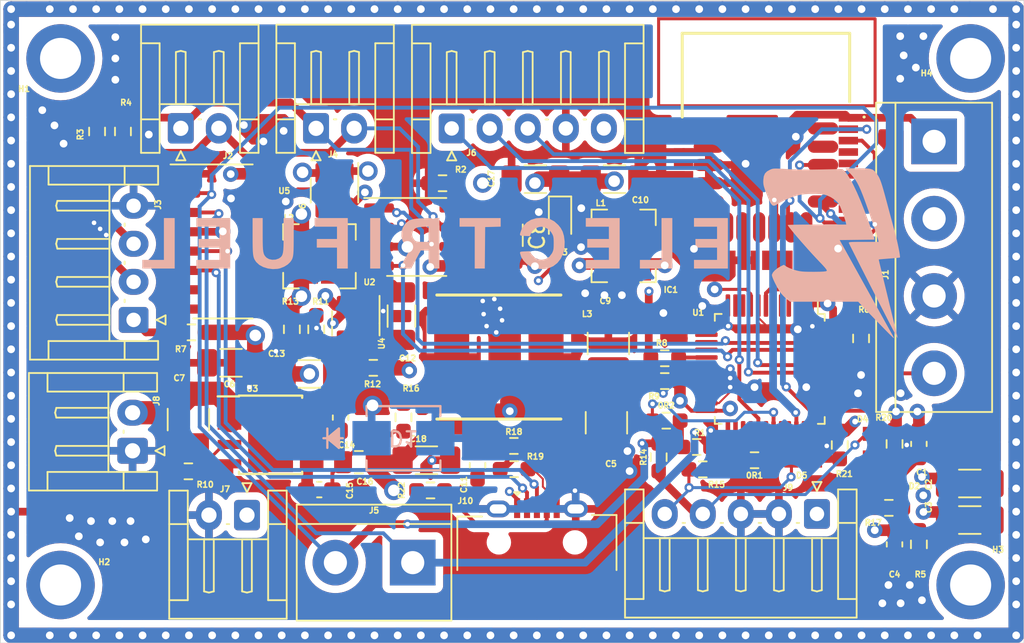
<source format=kicad_pcb>
(kicad_pcb (version 20221018) (generator pcbnew)
  (layers (0 "F.Cu" signal) (1 "In1.Cu" signal) (2 "In2.Cu" signal) (31 "B.Cu" signal) (34 "B.Paste" user) (35 "F.Paste" user) (36 "B.SilkS" user "B.Silkscreen") (37 "F.SilkS" user "F.Silkscreen") (38 "B.Mask" user) (39 "F.Mask" user) (44 "Edge.Cuts" user))
  (net 0 "")
  (net 1 "MCU_TX")
  (net 2 "MCU_RX")
  (net 3 "/SW")
  (net 4 "Net-(C15-Pad1)")
  (net 5 "12V")
  (net 6 "Net-(D2-A)")
  (net 7 "GND")
  (net 8 "3V3")
  (net 9 "100V")
  (net 10 "5V")
  (net 11 "/SW2")
  (net 12 "/Vfb")
  (net 13 "/USB_VBUS")
  (net 14 "/UART_RX")
  (net 15 "Net-(D4-A)")
  (net 16 "/UART_TX")
  (net 17 "Net-(D5-A)")
  (net 18 "/USB_D-")
  (net 19 "/USB_D+")
  (net 20 "/SWIO")
  (net 21 "/SWCLK")
  (net 22 "ALERT")
  (net 23 "SCL")
  (net 24 "SDA")
  (net 28 "/CAN_BUS_LOW")
  (net 29 "/CAN_BUS_HI")
  (net 30 "/BOOT")
  (net 31 "SELECTMODE")
  (net 32 "/RST")
  (net 33 "/CAN_RX")
  (net 34 "/CAN_TX")
  (net 35 "Net-(U1-PA9)")
  (net 36 "Net-(U1-PA10)")
  (net 37 "Net-(U4-VBST)")
  (net 38 "Net-(J3-Pin_1)")
  (net 39 "Net-(J6-Pin_5)")
  (net 40 "Net-(J10-ID)")
  (net 68 "Net-(U2-S)")
  (net 69 "Net-(U3-RON)")
  (net 70 "Net-(U3-FB)")
  (net 72 "Net-(U3-BST)")
  (net 74 "Net-(U4-EN)")
  (net 93 "/V")
  (net 98 "Net-(R18-Pad2)")
  (net 99 "/GND B")
  (footprint "Capacitor_SMD:C_1210_3225Metric_Pad1.33x2.70mm_HandSolder" (layer "F.Cu") (at 181.61 101.219 -90)
    (fp_text reference "C8")
    (fp_text value "10uf")
  )
  (footprint "Resistor_SMD:R_0603_1608Metric_Pad0.98x0.95mm_HandSolder" (layer "F.Cu") (at 203.8 115 90)
    (fp_text reference "R21")
    (fp_text value "100R")
  )
  (footprint "Resistor_SMD:R_0603_1608Metric_Pad0.98x0.95mm_HandSolder" (layer "F.Cu") (at 194.8 116.6 180)
    (fp_text reference "R15")
    (fp_text value "100R")
  )
  (footprint "Capacitor_SMD:C_1206_3216Metric_Pad1.33x1.80mm_HandSolder" (layer "F.Cu") (at 168.95 110.33 180)
    (fp_text reference "C13")
    (fp_text value "100uf")
  )
  (footprint "Capacitor_SMD:C_0603_1608Metric_Pad1.08x0.95mm_HandSolder" (layer "F.Cu") (at 171 113.2 -90)
    (fp_text reference "C14")
    (fp_text value "2.2nf")
  )
  (footprint "Diode_SMD:D_0603_1608Metric_Pad1.05x0.95mm_HandSolder" (layer "F.Cu") (at 185.42 100.33 -90)
    (fp_text reference "D3")
    (fp_text value "D")
  )
  (footprint "TerminalBlock:TerminalBlock_bornier-4_P5.08mm" (layer "F.Cu") (at 210 95.05 -90)
    (fp_text reference "J1")
    (fp_text value "Screw_Terminal_01x04")
  )
  (footprint "Resistor_SMD:R_0603_1608Metric_Pad0.98x0.95mm_HandSolder" (layer "F.Cu") (at 175.133 113.1805 -90)
    (fp_text reference "R16")
    (fp_text value "453k")
  )
  (footprint "LIB_1267AY-101M=P3.kicad_mod files:1267AY6R8NP3" (layer "F.Cu") (at 181.4 109.22)
    (fp_text reference "L3")
    (fp_text value "100uH" hide)
  )
  (footprint "Package_TO_SOT_SMD:SOT-23-6" (layer "F.Cu") (at 172 107 -90)
    (fp_text reference "U4")
    (fp_text value "TPS563200")
  )
  (footprint "Capacitor_SMD:C_1206_3216Metric_Pad1.33x1.80mm_HandSolder" (layer "F.Cu") (at 183.8 97.53)
    (fp_text reference "C17")
    (fp_text value "100uf")
  )
  (footprint "Capacitor_SMD:C_1210_3225Metric_Pad1.33x2.70mm_HandSolder" (layer "F.Cu") (at 188.595 108.331 90)
    (fp_text reference "C9")
    (fp_text value "10uf")
  )
  (footprint "Resistor_SMD:R_0603_1608Metric_Pad0.98x0.95mm_HandSolder" (layer "F.Cu") (at 156.7 94.4 90)
    (fp_text reference "R4")
    (fp_text value "120R")
  )
  (footprint "Resistor_SMD:R_0603_1608Metric_Pad0.98x0.95mm_HandSolder" (layer "F.Cu") (at 205.2 108 -90)
    (fp_text reference "R6")
    (fp_text value "10k")
  )
  (footprint "Package_TO_SOT_SMD:SOT-23-5" (layer "F.Cu") (at 170.6 98.2675 -90)
    (fp_text reference "U6")
    (fp_text value "LP2985-3.3")
  )
  (footprint "Resistor_SMD:R_0603_1608Metric_Pad0.98x0.95mm_HandSolder" (layer "F.Cu") (at 161.2 107.6 180)
    (fp_text reference "R7")
    (fp_text value "0R")
  )
  (footprint "Resistor_SMD:R_0603_1608Metric_Pad0.98x0.95mm_HandSolder" (layer "F.Cu") (at 198.2 116 180)
    (fp_text reference "0R1")
    (fp_text value "R16")
  )
  (footprint "Resistor_SMD:R_0603_1608Metric_Pad0.98x0.95mm_HandSolder" (layer "F.Cu") (at 177.7 97.8)
    (fp_text reference "R2")
    (fp_text value "100k")
  )
  (footprint "Capacitor_SMD:C_0603_1608Metric_Pad1.08x0.95mm_HandSolder" (layer "F.Cu") (at 207.4 121.53 90)
    (fp_text reference "C4")
    (fp_text value "0.1uf")
  )
  (footprint "Capacitor_SMD:C_0805_2012Metric_Pad1.18x1.45mm_HandSolder" (layer "F.Cu") (at 172.2 116.13)
    (fp_text reference "C16")
    (fp_text value "3.3nf")
  )
  (footprint "Resistor_SMD:R_0603_1608Metric_Pad0.98x0.95mm_HandSolder" (layer "F.Cu") (at 207.025 119.13)
    (fp_text reference "R17")
    (fp_text value "330R")
  )
  (footprint "Package_SO:SOIC-16_3.9x9.9mm_P1.27mm" (layer "F.Cu") (at 163.275 101.625)
    (fp_text reference "U5")
    (fp_text value "CH340C")
  )
  (footprint "Connector_USB:USB_Micro-B_Technik_TWP-4002D-H3" (layer "F.Cu") (at 183.9 120.225)
    (fp_text reference "J10")
    (fp_text value "USB_B_Micro" hide)
  )
  (footprint "Package_SO:Texas_HSOP-8-1EP_3.9x4.9mm_P1.27mm" (layer "F.Cu") (at 166.4 114.33)
    (fp_text reference "U3")
    (fp_text value "GND")
  )
  (footprint "Resistor_SMD:R_0603_1608Metric_Pad0.98x0.95mm_HandSolder" (layer "F.Cu") (at 182.3875 115.062)
    (fp_text reference "R18")
    (fp_text value "453k")
  )
  (footprint "Connector_JST:JST_EH_S2B-EH_1x02_P2.50mm_Horizontal" (layer "F.Cu") (at 160.5 94.1925)
    (fp_text reference "J2")
    (fp_text value "Can_Connector_5")
  )
  (footprint "Capacitor_SMD:C_0603_1608Metric_Pad1.08x0.95mm_HandSolder" (layer "F.Cu") (at 209 114.93 -90)
    (fp_text reference "C1")
    (fp_text value "2.2uf")
  )
  (footprint "MountingHole:MountingHole_2.7mm_M2.5_ISO7380_Pad_TopBottom" (layer "F.Cu") (at 152.6 89.6)
    (fp_text reference "H1")
    (fp_text value "Mount100VgHole" hide)
  )
  (footprint "Capacitor_SMD:C_1206_3216Metric_Pad1.33x1.80mm_HandSolder" (layer "F.Cu") (at 189 97.53)
    (fp_text reference "C10")
    (fp_text value "100uf")
  )
  (footprint "CAPC1608X95.kicad_mod files:CAPC1608X95" (layer "F.Cu") (at 206.825 117.53 180)
    (fp_text reference "D2")
    (fp_text value "POWER_LED")
  )
  (footprint "Capacitor_SMD:C_1206_3216Metric_Pad1.33x1.80mm_HandSolder" (layer "F.Cu") (at 176.6375 116)
    (fp_text reference "C18")
    (fp_text value "22uf")
  )
  (footprint "Library:INR33" (layer "F.Cu") (at 189.6 101.9175 -90)
    (fp_text reference "L1")
    (fp_text value "3.3uH")
  )
  (footprint "Package_QFP:LQFP-48_7x7mm_P0.5mm" (layer "F.Cu") (at 199.2 110 -90)
    (fp_text reference "U1")
    (fp_text value "STM32F070CBTx")
  )
  (footprint "Capacitor_SMD:C_1206_3216Metric_Pad1.33x1.80mm_HandSolder" (layer "F.Cu") (at 212.344 119.93)
    (fp_text reference "C3")
    (fp_text value "100nF")
  )
  (footprint "Library:CM BLE" (layer "F.Cu") (at 199 96)
    (fp_text reference "IC1")
    (fp_text value "CM BLE" hide)
  )
  (footprint "MountingHole:MountingHole_2.7mm_M2.5_ISO7380_Pad_TopBottom" (layer "F.Cu") (at 212.4 124.2)
    (fp_text reference "H3")
    (fp_text value "Mount100VgHole")
  )
  (footprint "Connector_JST:JST_EH_S5B-EH_1x05_P2.50mm_Horizontal" (layer "F.Cu") (at 178.3 94.2)
    (fp_text reference "J6")
    (fp_text value "Conn_01x05_Socket")
  )
  (footprint "Capacitor_SMD:C_1206_3216Metric_Pad1.33x1.80mm_HandSolder" (layer "F.Cu") (at 175 106.53 -90)
    (fp_text reference "C12")
    (fp_text value "100uf")
  )
  (footprint "Resistor_SMD:R_0603_1608Metric_Pad0.98x0.95mm_HandSolder" (layer "F.Cu") (at 209 121.53 -90)
    (fp_text reference "R5")
    (fp_text value "10k")
  )
  (footprint "CAPC1608X95.kicad_mod files:CAPC1608X95" (layer "F.Cu") (at 205.8 115.0425 -90)
    (fp_text reference "D4")
    (fp_text value "UART_LED")
  )
  (footprint "Resistor_SMD:R_0603_1608Metric_Pad0.98x0.95mm_HandSolder" (layer "F.Cu") (at 176.911 117.983 180)
    (fp_text reference "R22")
    (fp_text value "100k")
  )
  (footprint "Capacitor_SMD:C_0603_1608Metric_Pad1.08x0.95mm_HandSolder" (layer "F.Cu") (at 180 116.33 -90)
    (fp_text reference "C11")
    (fp_text value "0.1uf")
  )
  (footprint "Capacitor_SMD:C_1206_3216Metric_Pad1.33x1.80mm_HandSolder" (layer "F.Cu") (at 163.8 109.6 180)
    (fp_text reference "C6")
    (fp_text value "100uf")
  )
  (footprint "Resistor_SMD:R_0603_1608Metric_Pad0.98x0.95mm_HandSolder" (layer "F.Cu") (at 173.15 109.93)
    (fp_text reference "R12")
    (fp_text value "100k")
  )
  (footprint "Capacitor_SMD:C_1206_3216Metric_Pad1.33x1.80mm_HandSolder" (layer "F.Cu") (at 212.344 117.53)
    (fp_text reference "C2")
    (fp_text value "100nF")
  )
  (footprint "Resistor_SMD:R_0603_1608Metric_Pad0.98x0.95mm_HandSolder" (layer "F.Cu") (at 192.4 113.4)
    (fp_text reference "0R2")
    (fp_text value "R17")
  )
  (footprint "Resistor_SMD:R_0603_1608Metric_Pad0.98x0.95mm_HandSolder" (layer "F.Cu") (at 191.9 115.8 -90)
    (fp_text reference "R14")
    (fp_text value "100R")
  )
  (footprint "Resistor_SMD:R_0603_1608Metric_Pad0.98x0.95mm_HandSolder" (layer "F.Cu") (at 161 116.73 180)
    (fp_text reference "R10")
    (fp_text value "100k")
  )
  (footprint "Resistor_SMD:R_0603_1608Metric_Pad0.98x0.95mm_HandSolder" (layer "F.Cu") (at 169.4 107.4 90)
    (fp_text reference "R11")
    (fp_text value "30k")
  )
  (footprint "Resistor_SMD:R_0603_1608Metric_Pad0.98x0.95mm_HandSolder" (layer "F.Cu") (at 194.4 115.13 180)
    (fp_text reference "R1")
    (fp_text value "1k")
  )
  (footprint "NetTie:NetTie-2_SMD_Pad0.5mm" (layer "F.Cu") (at 151.13 119.38 180)
    (fp_text reference "NT1" hide)
    (fp_text value "NetTie_2" hide)
  )
  (footprint "Capacitor_SMD:C_1210_3225Metric_Pad1.33x2.70mm_HandSolder" (layer "F.Cu") (at 188.468 113.538 -90)
    (fp_text reference "C5")
    (fp_text value "10uf")
  )
  (footprint "TerminalBlock:TerminalBlock_bornier-2_P5.08mm" (layer "F.Cu") (at 175.74 122.73 180)
    (fp_text reference "J5")
    (fp_text value "Screw_Terminal_01x02")
  )
  (footprint "Connector_JST:JST_EH_S4B-EH_1x04_P2.50mm_Horizontal" (layer "F.Cu") (at 157.4 106.78 90)
    (fp_text reference "J3")
    (fp_text value "Conn_01x04_P100V" hide)
  )
  (footprint "MountingHole:MountingHole_2.7mm_M2.5_ISO7380_Pad_TopBottom" (layer "F.Cu") (at 212.4 89.6)
    (fp_text reference "H4")
    (fp_text value "Mount100VgHole" hide)
  )
  (footprint "Connector_JST:JST_EH_S2B-EH_1x02_P2.50mm_Horizontal" (layer "F.Cu") (at 157.3325 115.38 90)
    (fp_text reference "J8")
    (fp_text value "Conn_01x02_Pin")
  )
  (footprint "Resistor_SMD:R_0603_1608Metric_Pad0.98x0.95mm_HandSolder" (layer "F.Cu") (at 207.4 114.93 90)
    (fp_text reference "R20")
    (fp_text value "100R")
  )
  (footprint "MountingHole:MountingHole_2.7mm_M2.5_ISO7380_Pad_TopBottom" (layer "F.Cu") (at 152.6 124.2)
    (fp_text reference "H2")
    (fp_text value "Mount100VgHole")
  )
  (footprint "Capacitor_SMD:C_0603_1608Metric_Pad1.08x0.95mm_HandSolder" (layer "F.Cu") (at 169.6 117.93 180)
    (fp_text reference "C15")
    (fp_text value "56pf")
  )
  (footprint "Resistor_SMD:R_0603_1608Metric_Pad0.98x0.95mm_HandSolder" (layer "F.Cu") (at 167.8 107.4 90)
    (fp_text reference "R13")
    (fp_text value "220k")
  )
  (footprint "Connector_JST:JST_EH_S2B-EH_1x02_P2.50mm_Horizontal" (layer "F.Cu") (at 169.39 94.1925)
    (fp_text reference "J4")
    (fp_text value "Can_Connector_4")
  )
  (footprint "Package_SO:SOIC-8_3.9x4.9mm_P1.27mm" (layer "F.Cu") (at 176 101.33)
    (fp_text reference "U2")
    (fp_text value "TJA1051T-3")
  )
  (footprint "CAPC1608X95.kicad_mod files:CAPC1608X95" (layer "F.Cu") (at 201.4 116)
    (fp_text reference "D5")
    (fp_text value "UART_LED")
  )
  (footprint "Connector_JST:JST_EH_S5B-EH_1x05_P2.50mm_Horizontal" (layer "F.Cu") (at 202.3 119.53 180)
    (fp_text reference "J9")
    (fp_text value "UART&POW_CON")
  )
  (footprint "Resistor_SMD:R_0603_1608Metric_Pad0.98x0.95mm_HandSolder" (layer "F.Cu") (at 182.4 116.586)
    (fp_text reference "R19")
    (fp_text value "49.9k")
  )
  (footprint "Resistor_SMD:R_0603_1608Metric_Pad0.98x0.95mm_HandSolder" (layer "F.Cu") (at 155 94.4 90)
    (fp_text reference "R3")
    (fp_text value "120R")
  )
  (footprint "Capacitor_SMD:C_1210_3225Metric_Pad1.33x2.70mm_HandSolder" (layer "F.Cu") (at 161 113.33 -90)
    (fp_text reference "C7")
    (fp_text value "4.7uf")
  )
  (footprint "Connector_JST:JST_EH_S2B-EH_1x02_P2.50mm_Horizontal" (layer "F.Cu") (at 164.85 119.6075 180)
    (fp_text reference "J7")
    (fp_text value "5V_Power")
  )
  (footprint "Library:INR33" (layer "F.Cu") (at 169.6125 102.6)
    (fp_text reference "L2")
    (fp_text value "3.3uH")
  )
  (footprint "Resistor_SMD:R_0603_1608Metric_Pad0.98x0.95mm_HandSolder" (layer "F.Cu") (at 192.3 109.3 180)
    (fp_text reference "R8")
    (fp_text value "100")
  )
  (footprint "Resistor_SMD:R_0603_1608Metric_Pad0.98x0.95mm_HandSolder" (layer "F.Cu") (at 192.3 110.8)
    (fp_text reference "R9")
    (fp_text value "100k")
  )
  (footprint "STPS3150U.kicad_mod files:SMB_STM-M" (layer "B.Cu") (at 175.133 114.554)
    (fp_text reference "D1")
    (fp_text value "D_Schottky")
  )
  (footprint "EGRAPHICS:KKK" (layer "B.Cu") (at 182.8 102.6 180)
    (fp_text reference "G***" hide)
    (fp_text value "LOGO" hide)
  )
  (gr_rect (start 191.897 86.995) (end 206.121 92.71) (stroke (width 0.2)) (fill none) (layer "F.Cu"))
  (gr_rect (start 148.646178 85.785197) (end 215.9 128.016) (stroke (width 0.05)) (fill none) (layer "Edge.Cuts"))
  (segment (start 195.7125 116.6) (end 196.3125 116) (width 0.508) (layer "F.Cu") (net 1))
  (segment (start 195.3125 115.13) (end 195.4425 115.13) (width 0.508) (layer "F.Cu") (net 1))
  (segment (start 196.3125 116) (end 197.2875 116) (width 0.508) (layer "F.Cu") (net 1))
  (segment (start 195.4425 115.13) (end 196.3125 116) (width 0.508) (layer "F.Cu") (net 1))
  (segment (start 194.359438 114.176938) (end 194.255215 114.176938) (width 0.508) (layer "F.Cu") (net 1))
  (segment (start 160.8 99.72) (end 162.919996 99.72) (width 0.254) (layer "F.Cu") (net 1))
  (segment (start 162.919996 99.72) (end 163 99.800004) (width 0.254) (layer "F.Cu") (net 1))
  (segment (start 195.3125 115.13) (end 194.359438 114.176938) (width 0.508) (layer "F.Cu") (net 1))
  (via (at 163 99.800004) (size 0.6) (drill 0.3) (layers "F.Cu" "B.Cu") (net 1))
  (via (at 194.255215 114.176938) (size 0.6) (drill 0.3) (layers "F.Cu" "B.Cu") (net 1))
  (segment (start 173.81 120.8) (end 175.74 122.73) (width 0.254) (layer "B.Cu") (net 1))
  (segment (start 163 99.800004) (end 162.195 100.605004) (width 0.254) (layer "B.Cu") (net 1))
  (segment (start 194.255215 115.544785) (end 194.255215 114.176938) (width 0.508) (layer "B.Cu") (net 1))
  (segment (start 169.4 120.8) (end 173.81 120.8) (width 0.254) (layer "B.Cu") (net 1))
  (segment (start 187.07 122.73) (end 194.255215 115.544785) (width 0.508) (layer "B.Cu") (net 1))
  (segment (start 175.74 122.73) (end 187.07 122.73) (width 0.508) (layer "B.Cu") (net 1))
  (segment (start 162.195 100.605004) (end 162.195 113.595) (width 0.254) (layer "B.Cu") (net 1))
  (segment (start 162.195 113.595) (end 169.4 120.8) (width 0.254) (layer "B.Cu") (net 1))
  (segment (start 175.4 120.2) (end 173.19 120.2) (width 0.508) (layer "F.Cu") (net 2))
  (segment (start 173.19 120.2) (end 170.66 122.73) (width 0.508) (layer "F.Cu") (net 2))
  (segment (start 201.17071 96.6) (end 201.160356 96.610354) (width 0.254) (layer "F.Cu") (net 2))
  (segment (start 191.9 114.8875) (end 190.8125 114.8875) (width 0.508) (layer "F.Cu") (net 2))
  (segment (start 190.8125 114.8875) (end 190.812494 114.887506) (width 0.508) (layer "F.Cu") (net 2))
  (segment (start 193.2575 114.9) (end 191.9125 114.9) (width 0.508) (layer "F.Cu") (net 2))
  (segment (start 191.9125 114.9) (end 191.9 114.8875) (width 0.508) (layer "F.Cu") (net 2))
  (segment (start 202.777 100.377) (end 202.499998 100.099998) (width 0.254) (layer "F.Cu") (net 2))
  (segment (start 160.8 98.45) (end 162.437189 98.45) (width 0.254) (layer "F.Cu") (net 2))
  (segment (start 193.4875 115.13) (end 193.2575 114.9) (width 0.508) (layer "F.Cu") (net 2))
  (segment (start 204.365 99.5) (end 204.365 100.25) (width 0.254) (layer "F.Cu") (net 2))
  (segment (start 202.7 96.6) (end 201.17071 96.6) (width 0.254) (layer "F.Cu") (net 2))
  (segment (start 193.3 113.4125) (end 193.3 114.9425) (width 0.508) (layer "F.Cu") (net 2))
  (segment (start 204.238 100.377) (end 202.777 100.377) (width 0.254) (layer "F.Cu") (net 2))
  (segment (start 162.437189 98.45) (end 162.527 98.539811) (width 0.254) (layer "F.Cu") (net 2))
  (segment (start 193.3 114.9425) (end 193.4875 115.13) (width 0.508) (layer "F.Cu") (net 2))
  (segment (start 193.3125 113.4) (end 193.3 113.4125) (width 0.508) (layer "F.Cu") (net 2))
  (segment (start 204.365 100.25) (end 204.238 100.377) (width 0.254) (layer "F.Cu") (net 2))
  (via (at 162.527 98.539811) (size 0.6) (drill 0.3) (layers "F.Cu" "B.Cu") (net 2))
  (via (at 190.812494 114.887506) (size 0.6) (drill 0.3) (layers "F.Cu" "B.Cu") (net 2))
  (via (at 201.160356 96.610354) (size 0.6) (drill 0.3) (layers "F.Cu" "B.Cu") (net 2))
  (via (at 175.4 120.2) (size 0.6) (drill 0.3) (layers "F.Cu" "B.Cu") (net 2))
  (via (at 202.499998 100.099998) (size 0.6) (drill 0.3) (layers "F.Cu" "B.Cu") (net 2))
  (segment (start 205.359 92.837) (end 166.964974 92.837) (width 0.254) (layer "B.Cu") (net 2))
  (segment (start 202.499998 100.099998) (end 202.299998 100.099998) (width 0.254) (layer "B.Cu") (net 2))
  (segment (start 190.812494 114.887506) (end 190.954 115.029012) (width 0.508) (layer "B.Cu") (net 2))
  (segment (start 202.499998 100.099998) (end 202.499998 98.900002) (width 0.254) (layer "B.Cu") (net 2))
  (segment (start 201.160356 98.960356) (end 201.160356 96.610354) (width 0.254) (layer "B.Cu") (net 2))
  (segment (start 166.964974 92.837) (end 162.527 97.274974) (width 0.254) (layer "B.Cu") (net 2))
  (segment (start 202.499998 98.900002) (end 206.2 95.2) (width 0.254) (layer "B.Cu") (net 2))
  (segment (start 187.861474 120.204) (end 175.404 120.204) (width 0.508) (layer "B.Cu") (net 2))
  (segment (start 161.741 99.325811) (end 162.527 98.539811) (width 0.254) (layer "B.Cu") (net 2))
  (segment (start 175.404 120.204) (end 175.4 120.2) (width 0.508) (layer "B.Cu") (net 2))
  (segment (start 206.2 95.2) (end 206.2 93.678) (width 0.254) (layer "B.Cu") (net 2))
  (segment (start 190.954 117.111474) (end 187.861474 120.204) (width 0.508) (layer "B.Cu") (net 2))
  (segment (start 206.2 93.678) (end 205.359 92.837) (width 0.254) (layer "B.Cu") (net 2))
  (segment (start 170.66 122.73) (end 161.741 113.811) (width 0.254) (layer "B.Cu") (net 2))
  (segment (start 161.741 113.811) (end 161.741 99.325811) (width 0.254) (layer "B.Cu") (net 2))
  (segment (start 162.527 97.274974) (end 162.527 98.539811) (width 0.254) (layer "B.Cu") (net 2))
  (segment (start 202.299998 100.099998) (end 201.160356 98.960356) (width 0.254) (layer "B.Cu") (net 2))
  (segment (start 190.954 115.029012) (end 190.954 117.111474) (width 0.508) (layer "B.Cu") (net 2))
  (segment (start 177.99 109.53) (end 178.3 109.53) (width 1.016) (layer "F.Cu") (net 3))
  (via (at 173.101 112.395) (size 1.27) (drill 0.762) (layers "F.Cu" "B.Cu") (net 3))
  (segment (start 173.0375 112.4585) (end 173.101 112.395) (width 0.508) (layer "B.Cu") (net 3))
  (segment (start 173.0375 114.554) (end 173.0375 112.4585) (width 0.508) (layer "B.Cu") (net 3))
  (segment (start 170.4625 117.93) (end 170.4625 116.83) (width 0.254) (layer "F.Cu") (net 4))
  (segment (start 170.4625 116.83) (end 171.1625 116.13) (width 0.254) (layer "F.Cu") (net 4))
  (segment (start 171.1625 116.13) (end 171.17 116.13) (width 0.254) (layer "F.Cu") (net 4))
  (segment (start 171.17 116.13) (end 172.3 115) (width 0.254) (layer "F.Cu") (net 4))
  (segment (start 174.49375 114.1125) (end 174.6 114.1125) (width 0.254) (layer "F.Cu") (net 4))
  (segment (start 173.60625 115) (end 174.49375 114.1125) (width 0.254) (layer "F.Cu") (net 4))
  (segment (start 172.3 115) (end 173.60625 115) (width 0.254) (layer "F.Cu") (net 4))
  (segment (start 175.075 116) (end 177.283 113.792) (width 1.016) (layer "F.Cu") (net 5))
  (segment (start 171.05 105.8625) (end 170.6625 105.8625) (width 0.635) (layer "F.Cu") (net 5))
  (segment (start 175.329994 109.93) (end 175.5 110.100006) (width 1.016) (layer "F.Cu") (net 5))
  (segment (start 174.945 116.13) (end 175.075 116) (width 1.016) (layer "F.Cu") (net 5))
  (segment (start 170.6625 105.8625) (end 170 105.2) (width 0.635) (layer "F.Cu") (net 5))
  (segment (start 180.974998 112.776) (end 179.958998 113.792) (width 1.016) (layer "F.Cu") (net 5))
  (segment (start 173.2375 116.13) (end 174.945 116.13) (width 1.016) (layer "F.Cu") (net 5))
  (segment (start 180 114.681) (end 180 113.833002) (width 1.016) (layer "F.Cu") (net 5))
  (segment (start 174.0625 109.93) (end 175.329994 109.93) (width 1.016) (layer "F.Cu") (net 5))
  (segment (start 171.05 106.45) (end 170.5 107) (width 0.635) (layer "F.Cu") (net 5))
  (segment (start 180 115.4675) (end 180 114.681) (width 1.016) (layer "F.Cu") (net 5))
  (segment (start 184.5 109.53) (end 184.73 109.53) (width 1.016) (layer "F.Cu") (net 5))
  (segment (start 171.05 105.8625) (end 171.05 106.45) (width 0.635) (layer "F.Cu") (net 5))
  (segment (start 173.2375 116.5955) (end 174.498 117.856) (width 1.016) (layer "F.Cu") (net 5))
  (segment (start 180 113.833002) (end 179.958998 113.792) (width 1.016) (layer "F.Cu") (net 5))
  (segment (start 184.5 109.53) (end 184.5 110.1) (width 1.016) (layer "F.Cu") (net 5))
  (segment (start 181.348 115.189) (end 181.475 115.062) (width 1.016) (layer "F.Cu") (net 5))
  (segment (start 180 115.189) (end 181.348 115.189) (width 1.016) (layer "F.Cu") (net 5))
  (segment (start 188.468 111.9755) (end 188.595 111.8485) (width 1.016) (layer "F.Cu") (net 5))
  (segment (start 173.2375 116.13) (end 173.2375 116.5955) (width 1.016) (layer "F.Cu") (net 5))
  (segment (start 177.283 113.792) (end 179.958998 113.792) (width 1.016) (layer "F.Cu") (net 5))
  (segment (start 184.5 109.53) (end 183.921 110.109) (width 1.016) (layer "F.Cu") (net 5))
  (segment (start 181.991 112.776) (end 180.974998 112.776) (width 1.016) (layer "F.Cu") (net 5))
  (segment (start 179.988498 113.7625) (end 179.958998 113.792) (width 1.016) (layer "F.Cu") (net 5))
  (segment (start 180 114.681) (end 180 115.189) (width 1.016) (layer "F.Cu") (net 5))
  (via (at 174.498 117.983) (size 1.27) (drill 0.762) (layers "F.Cu" "B.Cu") (net 5))
  (via (at 175.514 110.109) (size 1.016) (drill 0.508) (layers "F.Cu" "B.Cu") (net 5))
  (via (at 170.5 107) (size 0.762) (drill 0.381) (layers "F.Cu" "B.Cu") (net 5))
  (via (at 170 105.2) (size 1.016) (drill 0.508) (layers "F.Cu" "B.Cu") (net 5))
  (via (at 182.118 112.776) (size 1.016) (drill 0.508) (layers "F.Cu" "B.Cu") (net 5))
  (segment (start 206.05 117.53) (end 206.05 119.0675) (width 0.508) (layer "F.Cu") (net 6))
  (segment (start 206.05 119.0675) (end 206.1125 119.13) (width 0.508) (layer "F.Cu") (net 6))
  (segment (start 184.7845 118.2365) (end 185.0635 118.2365) (width 0.127) (layer "F.Cu") (net 7))
  (segment (start 201.373 100.473) (end 201.6 100.7) (width 0.254) (layer "F.Cu") (net 7))
  (segment (start 168.2 98.2) (end 167.4 99) (width 0.254) (layer "F.Cu") (net 7))
  (segment (start 170.6 97.8) (end 170.2 98.2) (width 0.254) (layer "F.Cu") (net 7))
  (segment (start 207.6 117.4) (end 209 116) (width 0.254) (layer "F.Cu") (net 7))
  (segment (start 183.3125 116.586) (end 183.648094 116.586) (width 0.127) (layer "F.Cu") (net 7))
  (segment (start 169.4 106.4875) (end 169.4 107.297) (width 0.2) (layer "F.Cu") (net 7))
  (segment (start 195.95 102.865) (end 195.95 101.15) (width 0.508) (layer "F.Cu") (net 7))
  (segment (start 173.525 100.695) (end 174.775997 100.695) (width 0.127) (layer "F.Cu") (net 7))
  (segment (start 201.45 115.064356) (end 201.585644 115.2) (width 0.127) (layer "F.Cu") (net 7))
  (segment (start 190.5625 96.8375) (end 190.5625 97.53) (width 0.508) (layer "F.Cu") (net 7))
  (segment (start 193.535 98.75) (end 193.535 101) (width 0.508) (layer "F.Cu") (net 7))
  (segment (start 178.2 116) (end 177.014067 116) (width 0.254) (layer "F.Cu") (net 7))
  (segment (start 201.4 100.5) (end 201.6 100.7) (width 0.127) (layer "F.Cu") (net 7))
  (segment (start 209 116) (end 209 115.7925) (width 0.254) (layer "F.Cu") (net 7))
  (segment (start 195.0375 112.25) (end 195.858934 112.25) (width 0.127) (layer "F.Cu") (net 7))
  (segment (start 195.2 95.4) (end 194.85 95.75) (width 0.508) (layer "F.Cu") (net 7))
  (segment (start 151.63 119.38) (end 152.78 119.38) (width 0.508) (layer "F.Cu") (net 7))
  (segment (start 207.6 117.53) (end 207.6 117.4) (width 0.254) (layer "F.Cu") (net 7))
  (segment (start 170.6 97.13) (end 170.6 97.8) (width 0.254) (layer "F.Cu") (net 7))
  (segment (start 191.7825 98.75) (end 190.5625 97.53) (width 0.508) (layer "F.Cu") (net 7))
  (segment (start 204.365 101) (end 204.365 101.418644) (width 0.508) (layer "F.Cu") (net 7))
  (segment (start 190.8425 97.25) (end 193.535 97.25) (width 0.508) (layer "F.Cu") (net 7))
  (segment (start 195.2 97.8) (end 195.2 95.4) (width 0.508) (layer "F.Cu") (net 7))
  (segment (start 152.78 119.38) (end 153.2 119.8) (width 0.508) (layer "F.Cu") (net 7))
  (segment (start 202.004 101.104) (end 201.6 100.7) (width 0.508) (layer "F.Cu") (net 7))
  (segment (start 204.365 101) (end 204.261 101.104) (width 0.508) (layer "F.Cu") (net 7))
  (segment (start 184.2905 117.228406) (end 184.2905 117.7425) (width 0.127) (layer "F.Cu") (net 7))
  (segment (start 173.4625 105.8625) (end 173.8 106.2) (width 0.127) (layer "F.Cu") (net 7))
  (segment (start 195.95 101.15) (end 193.685 101.15) (width 0.508) (layer "F.Cu") (net 7))
  (segment (start 190.5625 97.53) (end 190.8425 97.25) (width 0.508) (layer "F.Cu") (net 7))
  (segment (start 199.221 107.4) (end 201.041 107.4) (width 0.127) (layer "F.Cu") (net 7))
  (segment (start 174.775997 100.695) (end 175.006 100.464997) (width 0.127) (layer "F.Cu") (net 7))
  (segment (start 209 115.7925) (end 208.9925 115.7925) (width 0.254) (layer "F.Cu") (net 7))
  (segment (start 185.0635 118.2365) (end 185.2 118.373) (width 0.127) (layer "F.Cu") (net 7))
  (segment (start 177.014067 116) (end 177.001073 116.012994) (width 0.254) (layer "F.Cu") (net 7))
  (segment (start 169.4 107.297) (end 169.418 107.315) (width 0.2) (layer "F.Cu") (net 7))
  (segment (start 170.2 98.2) (end 168.2 98.2) (width 0.254) (layer "F.Cu") (net 7))
  (segment (start 195.2 102.865) (end 195.95 102.865) (width 0.508) (layer "F.Cu") (net 7))
  (segment (start 185.2 118.373) (end 185.2 119.15) (width 0.127) (layer "F.Cu") (net 7))
  (segment (start 198.45 106.629) (end 199.221 107.4) (width 0.127) (layer "F.Cu") (net 7))
  (segment (start 204.261 101.104) (end 202.004 101.104) (width 0.508) (layer "F.Cu") (net 7))
  (segment (start 194.85 95.75) (end 193.535 95.75) (width 0.508) (layer "F.Cu") (net 7))
  (segment (start 203.3625 107.75) (end 202.35 107.75) (width 0.254) (layer "F.Cu") (net 7))
  (segment (start 201.585644 115.2) (end 202.808 115.2) (width 0.127) (layer "F.Cu") (net 7))
  (segment (start 202 107.4) (end 202 107.2) (width 0.254) (layer "F.Cu") (net 7))
  (segment (start 193.535 98.75) (end 191.7825 98.75) (width 0.508) (layer "F.Cu") (net 7))
  (segment (start 202.35 107.75) (end 202 107.4) (width 0.254) (layer "F.Cu") (net 7))
  (segment (start 202.808 115.2) (end 202.946 115.062) (width 0.127) (layer "F.Cu") (net 7))
  (segment (start 193.685 101.15) (end 193.535 101) (width 0.508) (layer "F.Cu") (net 7))
  (segment (start 184.2905 117.7425) (end 184.7845 118.2365) (width 0.127) (layer "F.Cu") (net 7))
  (segment (start 204.365 101.418644) (end 203.691822 102.091822) (width 0.508) (layer "F.Cu") (net 7))
  (segment (start 191.65 95.75) (end 190.5625 96.8375) (width 0.508) (layer "F.Cu") (net 7))
  (segment (start 196.6 111.508934) (end 196.6 111.2) (width 0.127) (layer "F.Cu") (net 7))
  (segment (start 195.95 101.15) (end 196.4 100.7) (width 0.508) (layer "F.Cu") (net 7))
  (segment (start 201.45 114.1625) (end 201.45 115.064356) (width 0.127) (layer "F.Cu") (net 7))
  (segment (start 172.95 105.8625) (end 173.4625 105.8625) (width 0.127) (layer "F.Cu") (net 7))
  (segment (start 198.45 105.8375) (end 198.45 106.629) (width 0.127) (layer "F.Cu") (net 7))
  (segment (start 193.535 95.75) (end 191.65 95.75) (width 0.508) (layer "F.Cu") (net 7))
  (segment (start 183.648094 116.586) (end 184.2905 117.228406) (width 0.127) (layer "F.Cu") (net 7))
  (segment (start 208.9925 115.7925) (end 208.2 115) (width 0.254) (layer "F.Cu") (net 7))
  (segment (start 195.858934 112.25) (end 196.6 111.508934) (width 0.127) (layer "F.Cu") (net 7))
  (via (at 157.2 120) (size 1.016) (drill 0.508) (layers "F.Cu" "B.Cu") (net 7))
  (via (at 207.772 90.932) (size 1.016) (drill 0.508) (layers "F.Cu" "B.Cu") (net 7))
  (via (at 194.766057 105.864) (size 1.016) (drill 0.508) (layers "F.Cu" "B.Cu") (net 7))
  (via (at 155.2 121.4) (size 1.016) (drill 0.508) (layers "F.Cu" "B.Cu") (net 7))
  (via (at 200.914 94.742) (size 1.016) (drill 0.508) (layers "F.Cu" "B.Cu") (net 7))
  (via (at 167.4 99) (size 1.016) (drill 0.508) (layers "F.Cu" "B.Cu") (net 7))
  (via (at 165.930485 95.052358) (size 1.016) (drill 0.508) (layers "F.Cu" "B.Cu") (net 7))
  (via (at 205.2 110.4) (size 1.016) (drill 0.508) (layers "F.Cu" "B.Cu") (net 7))
  (via (at 208.2 115) (size 0.6) (drill 0.3) (layers "F.Cu" "B.Cu") (net 7))
  (via (at 154.8 100.4) (size 0.6) (drill 0.3) (layers "F.Cu" "B.Cu") (net 7))
  (via (at 207.8 125.4) (size 1.016) (drill 0.508) (layers "F.Cu" "B.Cu") (net 7))
  (via (at 158.2 121.2) (size 1.016) (drill 0.508) (layers "F.Cu" "B.Cu") (net 7))
  (via (at 192.2 111.6) (size 0.6) (drill 0.3) (layers "F.Cu" "B.Cu") (net 7))
  (via (at 209.296 88.138) (size 1.016) (drill 0.508) (layers "F.Cu" "B.Cu") (net 7))
  (via (at 208.8 90.2) (size 1.016) (drill 0.508) (layers "F.Cu" "B.Cu") (net 7))
  (via (at 181.61 106.807) (size 0.6) (drill 0.3) (layers "F.Cu" "B.Cu") (net 7))
  (via (at 187.071 105.029) (size 1.016) (drill 0.508) (layers "F.Cu" "B.Cu") (net 7))
  (via (at 153.2 119.8) (size 1.016) (drill 0.508) (layers "F.Cu" "B.Cu") (net 7))
  (via (at 181.102 105.41) (size 0.6) (drill 0.3) (layers "F.Cu" "B.Cu") (net 7))
  (via (at 203.691822 102.091822) (size 1.016) (drill 0.508) (layers "F.Cu" "B.Cu") (net 7))
  (via (at 156.2 88.2) (size 1.016) (drill 0.508) (layers "F.Cu" "B.Cu") (net 7))
  (via (at 184.023 99.695) (size 1.016) (drill 0.508) (layers "F.Cu" "B.Cu") (net 7))
  (via (at 201.6 111.2) (size 1.016) (drill 0.508) (layers "F.Cu" "B.Cu") (net 7))
  (via (at 164.644135 93.97697) (size 1.016) (drill 0.508) (layers "F.Cu" "B.Cu") (net 7))
  (via (at 180.594 107.188) (size 0.6) (drill 0.3) (layers "F.Cu" "B.Cu") (net 7))
  (via (at 189.850494 115.4) (size 1.016) (drill 0.508) (layers "F.Cu" "B.Cu") (net 7))
  (via (at 202 107.2) (size 0.6) (drill 0.3) (layers "F.Cu" "B.Cu") (net 7))
  (via (at 152.8 95.2) (size 1.016) (drill 0.508) (layers "F.Cu" "B.Cu") (net 7))
  (via (at 196.469 107.188) (size 0.6) (drill 0.3) (layers "F.Cu" "B.Cu") (net 7))
  (via (at 206.6 125.4) (size 1.016) (drill 0.508) (layers "F.Cu" "B.Cu") (net 7))
  (via (at 189.484 105.156) (size 1.016) (drill 0.508) (layers "F.Cu" "B.Cu") (net 7))
  (via (at 180.4 106.4) (size 0.6) (drill 0.3) (layers "F.Cu" "B.Cu") (net 7))
  (via (at 208 89.4) (size 1.016) (drill 0.508) (layers "F.Cu" "B.Cu") (net 7))
  (via (at 186.817 99.441) (size 1.016) (drill 0.508) (layers "F.Cu" "B.Cu") (net 7))
  (via (at 156.2 89.6) (size 1.016) (drill 0.508) (layers "F.Cu" "B.Cu") (net 7))
  (via (at 197.612 96.52) (size 1.016) (drill 0.508) (layers "F.Cu" "B.Cu") (net 7))
  (via (at 188.341 105.156) (size 1.016) (drill 0.508) (layers "F.Cu" "B.Cu") (net 7))
  (via (at 163.8 98.8) (size 1.016) (drill 0.508) (layers "F.Cu" "B.Cu") (net 7))
  (via (at 153.8 121) (size 1.016) (drill 0.508) (layers "F.Cu" "B.Cu") (net 7))
  (via (at 156.2 91) (size 1.016) (drill 0.508) (layers "F.Cu" "B.Cu") (net 7))
  (via (at 186.8 102) (size 1.016) (drill 0.508) (layers "F.Cu" "B.Cu") (net 7))
  (via (at 201.041 107.4) (size 1.016) (drill 0.508) (layers "F.Cu" "B.Cu") (net 7))
  (via (at 207.772 88.138) (size 1.016) (drill 0.508) (layers "F.Cu" "B.Cu") (net 7))
  (via (at 194.219451 102.111) (size 1.016) (drill 0.508) (layers "F.Cu" "B.Cu") (net 7))
  (via (at 189.992 116.713) (size 1.016) (drill 0.508) (layers "F.Cu" "B.Cu") (net 7))
  (via (at 173.8 106.2) (size 0.6) (drill 0.3) (layers "F.Cu" "B.Cu") (net 7))
  (via (at 208.4 124.2) (size 1.016) (drill 0.508) (layers "F.Cu" "B.Cu") (net 7))
  (via (at 202.946 115.062) (size 0.6) (drill 0.3) (layers "F.Cu" "B.Cu") (net 7))
  (via (at 169.418 107.315) (size 0.6) (drill 0.3) (layers "F.Cu" "B.Cu") (net 7))
  (via (at 152.2 94) (size 1.016) (drill 0.508) (layers "F.Cu" "B.Cu") (net 7))
  (via (at 205 111.6) (size 1.016) (drill 0.508) (layers "F.Cu" "B.Cu") (net 7))
  (via (at 167.259 94.361) (size 1.016) (drill 0.508) (layers "F.Cu" "B.Cu") (net 7))
  (via (at 180.34 105.537) (size 0.6) (drill 0.3) (layers "F.Cu" "B.Cu") (net 7))
  (via (at 207.8 111.6) (size 1.016) (drill 0.508) (layers "F.Cu" "B.Cu") (net 7))
  (via (at 181.229 107.6) (size 0.6) (drill 0.3) (layers "F.Cu" "B.Cu") (net 7))
  (via (at 181.483 106.045) (size 0.6) (drill 0.3) (layers "F.Cu" "B.Cu") (net 7))
  (via (at 196.6 110) (size 0.6) (drill 0.3) (layers "F.Cu" "B.Cu") (net 7))
  (via (at 165 111.2) (size 0.6) (drill 0.3) (layers "F.Cu" "B.Cu") (net 7))
  (via (at 156 120) (size 1.016) (drill 0.508) (layers "F.Cu" "B.Cu") (net 7))
  (via (at 195.326 114.046) (size 0.6) (drill 0.3) (layers "F.Cu" "B.Cu") (net 7))
  (via (at 166.751 108.839) (size 0.6) (drill 0.3) (layers "F.Cu" "B.Cu") (net 7))
  (via (at 192.211 106.328577) (size 1.016) (drill 0.508) (layers "F.Cu" "B.Cu") (net 7))
  (via (at 155.6 101.2) (size 0.6) (drill 0.3) (layers "F.Cu" "B.Cu") (net 7))
  (via (at 175.006 100.464997) (size 0.6) (drill 0.3) (layers "F.Cu" "B.Cu") (net 7))
  (via (at 207 124.2) (size 1.016) (drill 0.508) (layers "F.Cu" "B.Cu") (net 7))
  (via (at 151.4 93) (size 1.016) (drill 0.508) (layers "F.Cu" "B.Cu") (net 7))
  (via (at 177.001073 116.012994) (size 0.6) (drill 0.3) (layers "F.Cu" "B.Cu") (net 7))
  (via (at 155.2 100.8) (size 0.6) (drill 0.3) (layers "F.Cu" "B.Cu") (net 7))
  (via (at 186.4 118) (size 0.6) (drill 0.3) (layers "F.Cu" "B.Cu") (net 7))
  (via (at 196.6 110.6) (size 0.6) (drill 0.3) (layers "F.Cu" "B.Cu") (net 7))
  (via (at 209.2 125.2) (size 1.016) (drill 0.508) (layers "F.Cu" "B.Cu") (net 7))
  (via (at 196.6 111.2) (size 0.6) (drill 0.3) (layers "F.Cu" "B.Cu") (net 7))
  (via (at 156.8 121.4) (size 1.016) (drill 0.508) (layers "F.Cu" "B.Cu") (net 7))
  (via (at 158.4 94.6) (size 1.016) (drill 0.508) (layers "F.Cu" "B.Cu") (net 7))
  (via (at 154.6 120) (size 1.016) (drill 0.508) (layers "F.Cu" "B.Cu") (net 7))
  (via (at 198.2 111.2) (size 1.016) (drill 0.508) (layers "F.Cu" "B.Cu") (net 7))
  (segment (start 207.9375 120.13) (end 207.4 120.6675) (width 0.762) (layer "F.Cu") (net 8))
  (segment (start 192.205 103.105) (end 192.3 103.2) (width 0.762) (layer "F.Cu") (net 8))
  (segment (start 197.65533 104.775) (end 195.58 104.775) (width 0.2) (layer "F.Cu") (net 8))
  (segment (start 160.8 100.99) (end 163.233008 100.99) (width 0.508) (layer "F.Cu") (net 8))
  (segment (start 210.8375 117.53) (end 210.5075 117.2) (width 0.762) (layer "F.Cu") (net 8))
  (segment (start 178.475 103.235) (end 176.954 103.235) (width 0.762) (layer "F.Cu") (net 8))
  (segment (start 181.61 102.7815) (end 181.1565 103.235) (width 0.762) (layer "F.Cu") (net 8))
  (segment (start 171.55 99.405) (end 171.595 99.405) (width 0.508) (layer "F.Cu") (net 8))
  (segment (start 210.3075 119.4) (end 209.3 119.4) (width 0.762) (layer "F.Cu") (net 8))
  (segment (start 189.6 103.105) (end 186.795002 103.105) (width 0.762) (layer "F.Cu") (net 8))
  (segment (start 207.4 114.0175) (end 207.5 113.9175) (width 0.762) (layer "F.Cu") (net 8))
  (segment (start 186.795002 103.105) (end 186.7 103.200002) (width 0.762) (layer "F.Cu") (net 8))
  (segment (start 196.45 112.75) (end 195.0375 112.75) (width 0.254) (layer "F.Cu") (net 8))
  (segment (start 210.5075 117.2) (end 209.3 117.2) (width 0.762) (layer "F.Cu") (net 8))
  (segment (start 209 114.0675) (end 209 112.9) (width 0.762) (layer "F.Cu") (net 8))
  (segment (start 210.8375 119.93) (end 210.3075 119.4) (width 0.762) (layer "F.Cu") (net 8))
  (segment (start 183.2995 102.7815) (end 183.769 103.251) (width 0.762) (layer "F.Cu") (net 8))
  (segment (start 165.75 97.18) (end 163.802832 97.18) (width 0.762) (layer "F.Cu") (net 8))
  (segment (start 207.9375 119.13) (end 207.9375 120.13) (width 0.762) (layer "F.Cu") (net 8))
  (segment (start 207.5 113.9175) (end 207.5 112.799994) (width 0.762) (layer "F.Cu") (net 8))
  (segment (start 193.3 110.8875) (end 193.3 112.1) (width 0.762) (layer "F.Cu") (net 8))
  (segment (start 203.3625 106.0625) (end 203.3625 107.146) (width 0.508) (layer "F.Cu") (net 8))
  (segment (start 181.61 102.7815) (end 183.2995 102.7815) (width 0.762) (layer "F.Cu") (net 8))
  (segment (start 197.95 105.06967) (end 197.65533 104.775) (width 0.2) (layer "F.Cu") (net 8))
  (segment (start 203.725 114.1625) (end 202.181 114.1625) (width 0.762) (layer "F.Cu") (net 8))
  (segment (start 163.233008 100.99) (end 163.258008 100.965) (width 0.508) (layer "F.Cu") (net 8))
  (segment (start 193.2125 110.8) (end 193.3 110.8875) (width 0.762) (layer "F.Cu") (net 8))
  (segment (start 181.1565 103.235) (end 178.475 103.235) (width 0.762) (layer "F.Cu") (net 8))
  (segment (start 196.6 112.6) (end 196.45 112.75) (width 0.254) (layer "F.Cu") (net 8))
  (segment (start 209 112.9) (end 208.9 112.8) (width 0.762) (layer "F.Cu") (net 8))
  (segment (start 193.4 112.1) (end 193.3 112.1) (width 0.254) (layer "F.Cu") (net 8))
  (segment (start 189.6 103.105) (end 192.205 103.105) (width 0.762) (layer "F.Cu") (net 8))
  (segment (start 207.3325 120.6) (end 207.4 120.6675) (width 0.762) (layer "F.Cu") (net 8))
  (segment (start 171.595 99.405) (end 172.6 98.4) (width 0.508) (layer "F.Cu") (net 8))
  (segment (start 206.1 120.6) (end 207.3325 120.6) (width 0.762) (layer "F.Cu") (net 8))
  (segment (start 176.954 103.235) (end 176.889 103.3) (width 0.762) (layer "F.Cu") (net 8))
  (segment (start 195.0375 112.75) (end 194.05 112.75) (width 0.254) (layer "F.Cu") (net 8))
  (segment (start 209.3 117.2) (end 209.2 117.1) (width 0.762) (layer "F.Cu") (net 8))
  (segment (start 209 120.6175) (end 207.45 120.6175) (width 0.762) (layer "F.Cu") (net 8))
  (segment (start 207.45 120.6175) (end 207.4 120.6675) (width 0.762) (layer "F.Cu") (net 8))
  (segment (start 203.8 114.0875) (end 203.725 114.1625) (width 0.762) (layer "F.Cu") (net 8))
  (segment (start 197.95 105.8375) (end 197.95 105.06967) (width 0.2) (layer "F.Cu") (net 8))
  (segment (start 203.8 114.0875) (end 204.179701 114.0875) (width 0.762) (layer "F.Cu") (net 8))
  (segment (start 163.802832 97.18) (end 163.781379 97.201453) (width 0.762) (layer "F.Cu") (net 8))
  (segment (start 203 105.7) (end 203.3625 106.0625) (width 0.508) (layer "F.Cu") (net 8))
  (segment (start 194.05 112.75) (end 193.4 112.1) (width 0.254) (layer "F.Cu") (net 8))
  (segment (start 203 105.7) (end 202.0875 105.7) (width 0.508) (layer "F.Cu") (net 8))
  (segment (start 204.179701 114.0875) (end 204.809201 113.458) (width 0.762) (layer "F.Cu") (net 8))
  (via (at 196.6 112.6) (size 1.016) (drill 0.508) (layers "F.Cu" "B.Cu") (net 8))
  (via (at 208.9 112.8) (size 1.016) (drill 0.508) (layers "F.Cu" "B.Cu") (net 8))
  (via (at 183.769 103.251) (size 1.016) (drill 0.508) (layers "F.Cu" "B.Cu") (net 8))
  (via (at 192.3 103.2) (size 1.016) (drill 0.508) (layers "F.Cu" "B.Cu") (net 8))
  (via (at 206.1 120.6) (size 1.016) (drill 0.508) (layers "F.Cu" "B.Cu") (net 8))
  (via (at 193.3 112.1) (size 1.016) (drill 0.508) (layers "F.Cu" "B.Cu") (net 8))
  (via (at 204.809201 113.458) (size 0.762) (drill 0.381) (layers "F.Cu" "B.Cu") (net 8))
  (via (at 163.781379 97.201453) (size 1.016) (drill 0.508) (layers "F.Cu" "B.Cu") (net 8))
  (via (at 176.889 103.3) (size 1.016) (drill 0.508) (layers "F.Cu" "B.Cu") (net 8))
  (via (at 209.289196 118.310213) (size 1.016) (drill 0.508) (layers "F.Cu" "B.Cu") (net 8))
  (via (at 209.3 119.4) (size 1.016) (drill 0.508) (layers "F.Cu" "B.Cu") (net 8))
  (via (at 203 105.7) (size 1.016) (drill 0.508) (layers "F.Cu" "B.Cu") (net 8))
  (via (at 207.5 112.799994) (size 1.016) (drill 0.508) (layers "F.Cu" "B.Cu") (net 8))
  (via (at 186.7 103.200002) (size 1.016) (drill 0.508) (layers "F.Cu" "B.Cu") (net 8))
  (via (at 163.258008 100.965) (size 1.016) (drill 0.508) (layers "F.Cu" "B.Cu") (net 8))
  (via (at 195.58 104.775) (size 1.016) (drill 0.508) (layers "F.Cu" "B.Cu") (net 8))
  (via (at 209.2 117.1) (size 1.016) (drill 0.508) (layers "F.Cu" "B.Cu") (net 8))
  (via (at 172.6 98.4) (size 1.016) (drill 0.508) (layers "F.Cu" "B.Cu") (net 8))
  (segment (start 163.8 113.4) (end 163.7 113.3) (width 1.524) (layer "F.Cu") (net 9))
  (segment (start 163.7 113.3) (end 163.7 112.425) (width 1.524) (layer "F.Cu") (net 9))
  (segment (start 159.8875 112.88) (end 161 111.7675) (width 1.524) (layer "F.Cu") (net 9))
  (segment (start 161.1675 111.6) (end 161 111.7675) (width 1.524) (layer "F.Cu") (net 9))
  (segment (start 163.7 112.425) (end 163.7 112.3) (width 1.524) (layer "F.Cu") (net 9))
  (segment (start 163 111.6) (end 161.1675 111.6) (width 1.524) (layer "F.Cu") (net 9))
  (segment (start 157.3325 112.88) (end 159.8875 112.88) (width 1.524) (layer "F.Cu") (net 9))
  (segment (start 163.7 112.3) (end 163 111.6) (width 1.524) (layer "F.Cu") (net 9))
  (segment (start 166.0925 110.33) (end 165.3625 109.6) (width 1.016) (layer "F.Cu") (net 10))
  (segment (start 171.68 97) (end 171.55 97.13) (width 0.508) (layer "F.Cu") (net 10))
  (segment (start 167.3875 110.33) (end 166.0925 110.33) (width 1.016) (layer "F.Cu") (net 10))
  (segment (start 173.525 101.965) (end 175.371 101.965) (width 0.508) (layer "F.Cu") (net 10))
  (segment (start 168.549684 97.13) (end 168.501842 97.082158) (width 0.508) (layer "F.Cu") (net 10))
  (segment (start 167.8 105.849992) (end 168.425095 105.224897) (width 1.016) (layer "F.Cu") (net 10))
  (segment (start 185.3625 97.53) (end 187.4375 97.53) (width 1.016) (layer "F.Cu") (net 10))
  (segment (start 183.769 97.79) (end 183.8 97.821) (width 1.016) (layer "F.Cu") (net 10))
  (segment (start 172.8 97) (end 171.68 97) (width 0.508) (layer "F.Cu") (net 10))
  (segment (start 168.425051 99.825051) (end 168.425052 105.22494) (width 1.016) (layer "F.Cu") (net 10))
  (segment (start 184.029 97.53) (end 183.769 97.79) (width 1.016) (layer "F.Cu") (net 10))
  (segment (start 185.42 99.455) (end 185.42 97.5875) (width 1.016) (layer "F.Cu") (net 10))
  (segment (start 185.42 97.5875) (end 185.3625 97.53) (width 1.016) (layer "F.Cu") (net 10))
  (segment (start 167.3875 110.33) (end 168.95 110.33) (width 1.016) (layer "F.Cu") (net 10))
  (segment (start 185.3625 97.53) (end 184.029 97.53) (width 1.016) (layer "F.Cu") (net 10))
  (segment (start 175.371 101.965) (end 175.387 101.981) (width 0.508) (layer "F.Cu") (net 10))
  (segment (start 189 97.53) (end 188.867 97.663) (width 1.016) (layer "F.Cu") (net 10))
  (segment (start 169.65 97.13) (end 168.549684 97.13) (width 0.508) (layer "F.Cu") (net 10))
  (segment (start 188.867 97.663) (end 187.5705 97.663) (width 1.016) (layer "F.Cu") (net 10))
  (segment (start 165.3625 109.6) (end 165.3625 107.8375) (width 1.016) (layer "F.Cu") (net 10))
  (segment (start 162.1125 107.6) (end 165.2 107.6) (width 1.016) (layer "F.Cu") (net 10))
  (segment (start 165.2 107.6) (end 165.4 107.8) (width 1.016) (layer "F.Cu") (net 10))
  (segment (start 168.425052 105.22494) (end 168.425095 105.224897) (width 1.016) (layer "F.Cu") (net 10))
  (segment (start 187.5705 97.663) (end 187.4375 97.53) (width 1.016) (layer "F.Cu") (net 10))
  (segment (start 165.3625 107.8375) (end 165.4 107.8) (width 1.016) (layer "F.Cu") (net 10))
  (segment (start 167.8 106.4875) (end 167.8 105.849992) (width 1.016) (layer "F.Cu") (net 10))
  (via (at 168.501842 97.082158) (size 1.27) (drill 0.762) (layers "F.Cu" "B.Cu") (net 10))
  (via (at 165.4 107.8) (size 1.27) (drill 0.762) (layers "F.Cu" "B.Cu") (net 10))
  (via (at 172.8 97) (size 1.27) (drill 0.762) (layers "F.Cu" "B.Cu") (net 10))
  (via (at 183.769 97.79) (size 1.27) (drill 0.762) (layers "F.Cu" "B.Cu") (net 10))
  (via (at 168.95 110.33) (size 1.27) (drill 0.762) (layers "F.Cu" "B.Cu") (net 10))
  (via (at 180.34 97.79) (size 1.27) (drill 0.762) (layers "F.Cu" "B.Cu") (net 10))
  (via (at 168.425095 105.224897) (size 1.27) (drill 0.762) (layers "F.Cu" "B.Cu") (net 10))
  (via (at 168.425051 99.825051) (size 1.27) (drill 0.762) (layers "F.Cu" "B.Cu") (net 10))
  (via (at 175.387 101.981) (size 1.27) (drill 0.762) (layers "F.Cu" "B.Cu") (net 10))
  (via (at 188.976 97.663) (size 1.27) (drill 0.762) (layers "F.Cu" "B.Cu") (net 10))
  (segment (start 172 104.4) (end 172 105.93) (width 0.508) (layer "F.Cu") (net 11))
  (segment (start 174.4325 104.4) (end 172 104.4) (width 0.508) (layer "F.Cu") (net 11))
  (segment (start 172 103.93) (end 172 104.4) (width 0.508) (layer "F.Cu") (net 11))
  (segment (start 175 104.9675) (end 174.4325 104.4) (width 0.508) (layer "F.Cu") (net 11))
  (segment (start 170.8 102.73) (end 172 103.93) (width 0.508) (layer "F.Cu") (net 11))
  (segment (start 167.8 108.2425) (end 169.4 108.2425) (width 0.762) (layer "F.Cu") (net 12))
  (segment (start 169.4 108.2425) (end 170.6575 108.2425) (width 0.762) (layer "F.Cu") (net 12))
  (segment (start 170.7 110.1425) (end 170.5125 110.33) (width 0.762) (layer "F.Cu") (net 12))
  (segment (start 170.7 108.555) (end 170.7 110.1425) (width 0.762) (layer "F.Cu") (net 12))
  (segment (start 169.4375 108.205) (end 169.4 108.2425) (width 0.762) (layer "F.Cu") (net 12))
  (segment (start 182.6 119.08) (end 182.6 118.557176) (width 0.254) (layer "F.Cu") (net 13))
  (segment (start 184.785 103.415) (end 184 104.2) (width 0.254) (layer "F.Cu") (net 13))
  (segment (start 182.6 118.557176) (end 182.096747 118.053923) (width 0.254) (layer "F.Cu") (net 13))
  (segment (start 185.42 101.205) (end 184.785 101.84) (width 0.254) (layer "F.Cu") (net 13))
  (segment (start 184.785 101.84) (end 184.785 103.415) (width 0.254) (layer "F.Cu") (net 13))
  (via (at 184 104.2) (size 0.6) (drill 0.3) (layers "F.Cu" "B.Cu") (net 13))
  (via (at 182.096747 118.053923) (size 0.6) (drill 0.3) (layers "F.Cu" "B.Cu") (net 13))
  (segment (start 191.9 116.7125) (end 191.9 117.095607) (width 0.508) (layer "F.Cu") (net 14))
  (segment (start 205.8 114.2675) (end 205.532488 114.2675) (width 0.2) (layer "F.Cu") (net 14))
  (segment (start 194.334393 119.53) (end 194.8 119.53) (width 0.508) (layer "F.Cu") (net 14))
  (segment (start 191.9 117.095607) (end 194.334393 119.53) (width 0.508) (layer "F.Cu") (net 14))
  (segment (start 205.532488 114.2675) (end 204.8 114.999988) (width 0.2) (layer "F.Cu") (net 14))
  (via (at 204.8 114.999988) (size 0.6) (drill 0.3) (layers "F.Cu" "B.Cu") (net 14))
  (segment (start 204.8 114.999988) (end 201.544988 118.255) (width 0.2) (layer "B.Cu") (net 14))
  (segment (start 196.075 118.255) (end 194.8 119.53) (width 0.2) (layer "B.Cu") (net 14))
  (segment (start 201.544988 118.255) (end 196.075 118.255) (width 0.2) (layer "B.Cu") (net 14))
  (segment (start 207.375 115.8175) (end 207.4 115.8425) (width 0.508) (layer "F.Cu") (net 15))
  (segment (start 205.8 115.8175) (end 207.375 115.8175) (width 0.508) (layer "F.Cu") (net 15))
  (segment (start 200.625 117.074998) (end 200.599998 117.1) (width 0.2) (layer "F.Cu") (net 16))
  (segment (start 200.625 116) (end 200.625 117.074998) (width 0.2) (layer "F.Cu") (net 16))
  (segment (start 193.8875 116.6) (end 193.8875 117.7875) (width 0.2) (layer "F.Cu") (net 16))
  (segment (start 193.8875 117.7875) (end 193.9 117.8) (width 0.2) (layer "F.Cu") (net 16))
  (via (at 193.9 117.8) (size 0.6) (drill 0.3) (layers "F.Cu" "B.Cu") (net 16))
  (via (at 200.599998 117.1) (size 0.6) (drill 0.3) (layers "F.Cu" "B.Cu") (net 16))
  (segment (start 199.899998 117.8) (end 200.599998 117.1) (width 0.2) (layer "B.Cu") (net 16))
  (segment (start 193.9 117.93) (end 192.3 119.53) (width 0.2) (layer "B.Cu") (net 16))
  (segment (start 193.9 117.8) (end 193.9 117.93) (width 0.2) (layer "B.Cu") (net 16))
  (segment (start 193.9 117.8) (end 199.899998 117.8) (width 0.2) (layer "B.Cu") (net 16))
  (segment (start 203.8 115.9125) (end 202.2625 115.9125) (width 0.508) (layer "F.Cu") (net 17))
  (segment (start 202.2625 115.9125) (end 202.175 116) (width 0.508) (layer "F.Cu") (net 17))
  (segment (start 183.25 118.126344) (end 182.956191 117.832535) (width 0.254) (layer "F.Cu") (net 18))
  (segment (start 160.8 103.53) (end 162.678485 103.53) (width 0.254) (layer "F.Cu") (net 18))
  (segment (start 183.25 119.15) (end 183.25 118.126344) (width 0.254) (layer "F.Cu") (net 18))
  (segment (start 162.678485 103.53) (end 162.822 103.673515) (width 0.254) (layer "F.Cu") (net 18))
  (via (at 162.822 103.673515) (size 0.6) (drill 0.3) (layers "F.Cu" "B.Cu") (net 18))
  (via (at 182.956191 117.832535) (size 0.6) (drill 0.3) (layers "F.Cu" "B.Cu") (net 18))
  (segment (start 162.995 103.846515) (end 162.995 113.726052) (width 0.254) (layer "B.Cu") (net 18))
  (segment (start 166.362948 117.094) (end 182.217656 117.094) (width 0.254) (layer "B.Cu") (net 18))
  (segment (start 182.217656 117.094) (end 182.956191 117.832535) (width 0.254) (layer "B.Cu") (net 18))
  (segment (start 162.822 103.673515) (end 162.995 103.846515) (width 0.254) (layer "B.Cu") (net 18))
  (segment (start 162.995 113.726052) (end 166.362948 117.094) (width 0.254) (layer "B.Cu") (net 18))
  (segment (start 183.9 117.761182) (end 183.7135 117.574682) (width 0.254) (layer "F.Cu") (net 19))
  (segment (start 183.9 119.15) (end 183.8865 119.1365) (width 0.254) (layer "F.Cu") (net 19))
  (segment (start 183.9 119.15) (end 183.9 117.761182) (width 0.254) (layer "F.Cu") (net 19))
  (segment (start 160.8 102.26) (end 163.577008 102.26) (width 0.254) (layer "F.Cu") (net 19))
  (via (at 183.7135 117.574682) (size 0.6) (drill 0.3) (layers "F.Cu" "B.Cu") (net 19))
  (via (at 163.577008 102.26) (size 0.6) (drill 0.3) (layers "F.Cu" "B.Cu") (net 19))
  (segment (start 163.577008 102.26) (end 163.449 102.388008) (width 0.254) (layer "B.Cu") (net 19))
  (segment (start 163.449 113.538) (end 166.551 116.64) (width 0.254) (layer "B.Cu") (net 19))
  (segment (start 166.551 116.64) (end 182.778818 116.64) (width 0.254) (layer "B.Cu") (net 19))
  (segment (start 163.449 102.388008) (end 163.449 113.538) (width 0.254) (layer "B.Cu") (net 19))
  (segment (start 182.778818 116.64) (end 183.7135 117.574682) (width 0.254) (layer "B.Cu") (net 19))
  (segment (start 200.995526 93.3) (end 204.165 93.3) (width 0.508) (layer "F.Cu") (net 20))
  (segment (start 199.5 100.7) (end 199.5 98.9) (width 0.508) (layer "F.Cu") (net 20))
  (segment (start 208.45 93.5) (end 204.365 93.5) (width 0.508) (layer "F.Cu") (net 20))
  (segment (start 204.165 93.3) (end 204.365 93.5) (width 0.508) (layer "F.Cu") (net 20))
  (segment (start 200.95 112.912815) (end 200.902185 112.865) (width 0.254) (layer "F.Cu") (net 20))
  (segment (start 199.5 98.9) (end 199.5 94.795526) (width 0.508) (layer "F.Cu") (net 20))
  (segment (start 210 95.05) (end 208.45 93.5) (width 0.508) (layer "F.Cu") (net 20))
  (segment (start 199.5 94.795526) (end 200.995526 93.3) (width 0.508) (layer "F.Cu") (net 20))
  (segment (start 200.95 114.1625) (end 200.95 112.912815) (width 0.254) (layer "F.Cu") (net 20))
  (via (at 200.902185 112.865) (size 0.6) (drill 0.3) (layers "F.Cu" "B.Cu") (net 20))
  (via (at 199.5 98.9) (size 0.6) (drill 0.3) (layers "F.Cu" "B.Cu") (net 20))
  (segment (start 199.5 98.9) (end 199.419 98.981) (width 0.508) (layer "B.Cu") (net 20))
  (segment (start 199.419 98.981) (end 199.419 111.381815) (width 0.508) (layer "B.Cu") (net 20))
  (segment (start 199.419 111.381815) (end 200.902185 112.865) (width 0.508) (layer "B.Cu") (net 20))
  (segment (start 200.4 99.050397) (end 200.523002 98.927395) (width 0.254) (layer "F.Cu") (net 21))
  (segment (start 207.87868 110.29) (end 210 110.29) (width 0.254) (layer "F.Cu") (net 21))
  (segment (start 200.4 100.5) (end 200.4 99.050397) (width 0.254) (layer "F.Cu") (net 21))
  (segment (start 205.41868 112.75) (end 207.87868 110.29) (width 0.254) (layer "F.Cu") (net 21))
  (segment (start 200.6 100.7) (end 200.4 100.5) (width 0.254) (layer "F.Cu") (net 21))
  (segment (start 201.853503 112.75) (end 200.283193 111.17969) (width 0.254) (layer "F.Cu") (net 21))
  (segment (start 203.3625 112.75) (end 205.41868 112.75) (width 0.254) (layer "F.Cu") (net 21))
  (segment (start 204.365 94.25) (end 205.563286 94.25) (width 0.254) (layer "F.Cu") (net 21))
  (segment (start 205.563286 94.25) (end 205.568146 94.25486) (width 0.254) (layer "F.Cu") (net 21))
  (segment (start 203.3625 112.75) (end 201.853503 112.75) (width 0.254) (layer "F.Cu") (net 21))
  (via (at 205.568146 94.25486) (size 0.6) (drill 0.3) (layers "F.Cu" "B.Cu") (net 21))
  (via (at 200.523002 98.927395) (size 0.6) (drill 0.3) (layers "F.Cu" "B.Cu") (net 21))
  (via (at 200.283193 111.17969) (size 0.6) (drill 0.3) (layers "F.Cu" "B.Cu") (net 21))
  (segment (start 202.629138 94.25486) (end 205.568146 94.25486) (width 0.254) (layer "B.Cu") (net 21))
  (segment (start 200.523002 98.927395) (end 200.523002 96.360996) (width 0.254) (layer "B.Cu") (net 21))
  (segment (start 200.523002 96.360996) (end 202.629138 94.25486) (width 0.254) (layer "B.Cu") (net 21))
  (segment (start 200.0635 99.386897) (end 200.0635 110.959997) (width 0.381) (layer "B.Cu") (net 21))
  (segment (start 200.523002 98.927395) (end 200.0635 99.386897) (width 0.381) (layer "B.Cu") (net 21))
  (segment (start 200.0635 110.959997) (end 200.283193 111.17969) (width 0.381) (layer "B.Cu") (net 21))
  (segment (start 197.2 112) (end 197.2 109.4) (width 0.254) (layer "F.Cu") (net 22))
  (segment (start 198.45 114.1625) (end 198.45 113.25) (width 0.254) (layer "F.Cu") (net 22))
  (segment (start 198.45 113.25) (end 197.2 112) (width 0.254) (layer "F.Cu") (net 22))
  (via (at 197.2 109.4) (size 0.6) (drill 0.3) (layers "F.Cu" "B.Cu") (net 22))
  (segment (start 195 96.8) (end 197.2 99) (width 0.254) (layer "B.Cu") (net 22))
  (segment (start 180.9 96.8) (end 195 96.8) (width 0.254) (layer "B.Cu") (net 22))
  (segment (start 178.3 94.2) (end 180.9 96.8) (width 0.254) (layer "B.Cu") (net 22))
  (segment (start 197.2 99) (end 197.2 109.4) (width 0.254) (layer "B.Cu") (net 22))
  (segment (start 197.850008 110.25) (end 197.800008 110.2) (width 0.254) (layer "F.Cu") (net 23))
  (segment (start 203.3625 110.25) (end 197.850008 110.25) (width 0.254) (layer "F.Cu") (net 23))
  (via (at 197.800008 110.2) (size 0.6) (drill 0.3) (layers "F.Cu" "B.Cu") (net 23))
  (segment (start 180.8 94.2) (end 182.946 96.346) (width 0.254) (layer "B.Cu") (net 23))
  (segment (start 195.188053 96.346) (end 197.800008 98.957955) (width 0.254) (layer "B.Cu") (net 23))
  (segment (start 182.946 96.346) (end 195.188053 96.346) (width 0.254) (layer "B.Cu") (net 23))
  (segment (start 197.800008 98.957955) (end 197.800008 110.2) (width 0.254) (layer "B.Cu") (net 23))
  (segment (start 198.566002 109.75) (end 198.408001 109.591999) (width 0.254) (layer "F.Cu") (net 24))
  (segment (start 203.3625 109.75) (end 198.566002 109.75) (width 0.254) (layer "F.Cu") (net 24))
  (via (at 198.408001 109.591999) (size 0.6) (drill 0.3) (layers "F.Cu" "B.Cu") (net 24))
  (segment (start 184.992 95.892) (end 195.376105 95.892) (width 0.254) (layer "B.Cu") (net 24))
  (segment (start 198.408001 98.923896) (end 198.408001 109.591999) (width 0.254) (layer "B.Cu") (net 24))
  (segment (start 183.3 94.2) (end 184.992 95.892) (width 0.254) (layer "B.Cu") (net 24))
  (segment (start 195.376105 95.892) (end 198.408001 98.923896) (width 0.254) (layer "B.Cu") (net 24))
  (segment (start 153.8 100.68) (end 157.4 104.28) (width 0.508) (layer "F.Cu") (net 28))
  (segment (start 156.7 93.4875) (end 159.795 93.4875) (width 0.508) (layer "F.Cu") (net 28))
  (segment (start 162.1925 92.5) (end 167.6975 92.5) (width 0.508) (layer "F.Cu") (net 28))
  (segment (start 155 93.4875) (end 153.8 94.6875) (width 0.508) (layer "F.Cu") (net 28))
  (segment (start 177.141 101.965) (end 176.976 101.8) (width 0.254) (layer "F.Cu") (net 28))
  (segment (start 160.5 94.1925) (end 162.1925 92.5) (width 0.508) (layer "F.Cu") (net 28))
  (segment (start 178.475 101.965) (end 177.141 101.965) (width 0.254) (layer "F.Cu") (net 28))
  (segment (start 155 93.4875) (end 156.7 93.4875) (width 0.508) (layer "F.Cu") (net 28))
  (segment (start 153.8 94.6875) (end 153.8 100.68) (width 0.508) (layer "F.Cu") (net 28))
  (segment (start 167.6975 92.5) (end 169.39 94.1925) (width 0.508) (layer "F.Cu") (net 28))
  (segment (start 159.795 93.4875) (end 160.5 94.1925) (width 0.508) (layer "F.Cu") (net 28))
  (via (at 176.976 101.8) (size 0.6) (drill 0.3) (layers "F.Cu" "B.Cu") (net 28))
  (segment (start 169.39 94.1925) (end 170.7975 95.6) (width 0.254) (layer "B.Cu") (net 28))
  (segment (start 176.976 100.776) (end 176.976 101.8) (width 0.254) (layer "B.Cu") (net 28))
  (segment (start 175.641 95.6) (end 175.641 99.441) (width 0.254) (layer "B.Cu") (net 28))
  (segment (start 175.641 99.441) (end 176.976 100.776) (width 0.254) (layer "B.Cu") (net 28))
  (segment (start 170.7975 95.6) (end 175.641 95.6) (width 0.254) (layer "B.Cu") (net 28))
  (segment (start 164.821858 96.014358) (end 166.328959 96.014358) (width 0.508) (layer "F.Cu") (net 29))
  (segment (start 161.3925 95.8) (end 163 94.1925) (width 0.508) (layer "F.Cu") (net 29))
  (segment (start 170.2825 95.8) (end 171.89 94.1925) (width 0.508) (layer "F.Cu") (net 29))
  (segment (start 157.1875 95.8) (end 161.3925 95.8) (width 0.508) (layer "F.Cu") (net 29))
  (segment (start 166.328959 96.014358) (end 166.543317 95.8) (width 0.508) (layer "F.Cu") (net 29))
  (segment (start 166.543317 95.8) (end 170.2825 95.8) (width 0.508) (layer "F.Cu") (net 29))
  (segment (start 178.475 100.695) (end 177.781712 100.695) (width 0.254) (layer "F.Cu") (net 29))
  (segment (start 154.8 99.18) (end 157.4 101.78) (width 0.508) (layer "F.Cu") (net 29))
  (segment (start 155 95.3125) (end 154.8 95.5125) (width 0.508) (layer "F.Cu") (net 29))
  (segment (start 155 95.3125) (end 156.7 95.3125) (width 0.508) (layer "F.Cu") (net 29))
  (segment (start 177.781712 100.695) (end 177.079526 99.992814) (width 0.254) (layer "F.Cu") (net 29))
  (segment (start 156.7 95.3125) (end 157.1875 95.8) (width 0.508) (layer "F.Cu") (net 29))
  (segment (start 154.8 95.5125) (end 154.8 99.18) (width 0.508) (layer "F.Cu") (net 29))
  (segment (start 163 94.1925) (end 164.821858 96.014358) (width 0.508) (layer "F.Cu") (net 29))
  (via (at 177.079526 99.992814) (size 0.6) (drill 0.3) (layers "F.Cu" "B.Cu") (net 29))
  (segment (start 176.095 99.008288) (end 177.079526 99.992814) (width 0.254) (layer "B.Cu") (net 29))
  (segment (start 176.095 95.411947) (end 176.095 99.008288) (width 0.254) (layer "B.Cu") (net 29))
  (segment (start 171.89 94.1925) (end 174.875553 94.1925) (width 0.254) (layer "B.Cu") (net 29))
  (segment (start 174.875553 94.1925) (end 176.095 95.411947) (width 0.254) (layer "B.Cu") (net 29))
  (segment (start 203.3625 109.25) (end 204.8625 109.25) (width 0.254) (layer "F.Cu") (net 30))
  (segment (start 204.8625 109.25) (end 205.2 108.9125) (width 0.254) (layer "F.Cu") (net 30))
  (segment (start 193.2125 109.3) (end 193.2625 109.25) (width 0.254) (layer "F.Cu") (net 31))
  (segment (start 193.2625 109.25) (end 195.0375 109.25) (width 0.254) (layer "F.Cu") (net 31))
  (segment (start 198.95 105.031486) (end 198.95 105.8375) (width 0.254) (layer "F.Cu") (net 32))
  (segment (start 206.1 100.864514) (end 202.191514 104.773) (width 0.254) (layer "F.Cu") (net 32))
  (segment (start 202.7 99.3) (end 203.2 99.8) (width 0.381) (layer "F.Cu") (net 32))
  (segment (start 204.365 95) (end 205.254 95) (width 0.254) (layer "F.Cu") (net 32))
  (segment (start 206.1 95.846) (end 206.1 100.864514) (width 0.254) (layer "F.Cu") (net 32))
  (segment (start 199.208486 104.773) (end 198.95 105.031486) (width 0.254) (layer "F.Cu") (net 32))
  (segment (start 205.254 95) (end 206.1 95.846) (width 0.254) (layer "F.Cu") (net 32))
  (segment (start 202.7 99) (end 202.7 99.3) (width 0.381) (layer "F.Cu") (net 32))
  (segment (start 202.191514 104.773) (end 199.208486 104.773) (width 0.254) (layer "F.Cu") (net 32))
  (via (at 203.2 99.8) (size 0.6) (drill 0.3) (layers "F.Cu" "B.Cu") (net 32))
  (via (at 206.1 100.5) (size 0.6) (drill 0.3) (layers "F.Cu" "B.Cu") (net 32))
  (segment (start 203.9 100.5) (end 206.1 100.5) (width 0.381) (layer "B.Cu") (net 32))
  (segment (start 203.2 99.8) (end 203.9 100.5) (width 0.381) (layer "B.Cu") (net 32))
  (segment (start 173.525 103.235) (end 175.065 103.235) (width 0.254) (layer "F.Cu") (net 33))
  (segment (start 175.065 103.235) (end 175.1 103.2) (width 0.254) (layer "F.Cu") (net 33))
  (segment (start 196.75 108.75) (end 196.431 109.069) (width 0.254) (layer "F.Cu") (net 33))
  (segment (start 203.3625 108.75) (end 196.75 108.75) (width 0.254) (layer "F.Cu") (net 33))
  (segment (start 196.431 109.069) (end 196.431 109.2) (width 0.254) (layer "F.Cu") (net 33))
  (via (at 196.431 109.2) (size 0.6) (drill 0.3) (layers "F.Cu" "B.Cu") (net 33))
  (via (at 175.1 103.2) (size 0.6) (drill 0.3) (layers "F.Cu" "B.Cu") (net 33))
  (segment (start 196.031 108.8) (end 196.431 109.2) (width 0.254) (layer "B.Cu") (net 33))
  (segment (start 175.1 103.2) (end 175.1 107.7) (width 0.254) (layer "B.Cu") (net 33))
  (segment (start 176.2 108.8) (end 196.031 108.8) (width 0.254) (layer "B.Cu") (net 33))
  (segment (start 175.1 107.7) (end 176.2 108.8) (width 0.254) (layer "B.Cu") (net 33))
  (segment (start 173.525 99.425) (end 174.373397 99.425) (width 0.254) (layer "F.Cu") (net 34))
  (segment (start 201.350501 108.25) (end 201.307869 108.292632) (width 0.254) (layer "F.Cu") (net 34))
  (segment (start 196.430636 108.292632) (end 196.286508 108.148504) (width 0.254) (layer "F.Cu") (net 34))
  (segment (start 201.307869 108.292632) (end 196.430636 108.292632) (width 0.254) (layer "F.Cu") (net 34))
  (segment (start 203.3625 108.25) (end 201.350501 108.25) (width 0.254) (layer "F.Cu") (net 34))
  (segment (start 174.373397 99.425) (end 174.681957 99.73356) (width 0.254) (layer "F.Cu") (net 34))
  (via (at 174.681957 99.73356) (size 0.6) (drill 0.3) (layers "F.Cu" "B.Cu") (net 34))
  (via (at 196.286508 108.148504) (size 0.6) (drill 0.3) (layers "F.Cu" "B.Cu") (net 34))
  (segment (start 176.349 100.921285) (end 176.349 102.379474) (width 0.254) (layer "B.Cu") (net 34))
  (segment (start 176.349 102.379474) (end 176.054 102.674474) (width 0.254) (layer "B.Cu") (net 34))
  (segment (start 175.161275 99.73356) (end 176.349 100.921285) (width 0.254) (layer "B.Cu") (net 34))
  (segment (start 176.054 108.011948) (end 176.388052 108.346) (width 0.254) (layer "B.Cu") (net 34))
  (segment (start 196.089012 108.346) (end 196.286508 108.148504) (width 0.254) (layer "B.Cu") (net 34))
  (segment (start 176.054 102.674474) (end 176.054 108.011948) (width 0.254) (layer "B.Cu") (net 34))
  (segment (start 174.681957 99.73356) (end 175.161275 99.73356) (width 0.254) (layer "B.Cu") (net 34))
  (segment (start 176.388052 108.346) (end 196.089012 108.346) (width 0.254) (layer "B.Cu") (net 34))
  (segment (start 198.95 114.1625) (end 198.95 115.8375) (width 0.254) (layer "F.Cu") (net 35))
  (segment (start 198.95 115.8375) (end 199.1125 116) (width 0.254) (layer "F.Cu") (net 35))
  (segment (start 199.45 114.1625) (end 199.45 112.85) (width 0.254) (layer "F.Cu") (net 36))
  (segment (start 191.4875 112.3125) (end 191.5 112.3) (width 0.2) (layer "F.Cu") (net 36))
  (segment (start 191.4875 113.4) (end 191.4875 112.3125) (width 0.2) (layer "F.Cu") (net 36))
  (segment (start 199.45 112.85) (end 199.449994 112.849994) (width 0.254) (layer "F.Cu") (net 36))
  (via (at 191.5 112.3) (size 0.6) (drill 0.3) (layers "F.Cu" "B.Cu") (net 36))
  (via (at 199.449994 112.849994) (size 0.6) (drill 0.3) (layers "F.Cu" "B.Cu") (net 36))
  (segment (start 191.5 112.3) (end 192.31 112.3) (width 0.2) (layer "B.Cu") (net 36))
  (segment (start 196.98 113.408) (end 197.538006 112.849994) (width 0.2) (layer "B.Cu") (net 36))
  (segment (start 197.538006 112.849994) (end 199.449994 112.849994) (width 0.2) (layer "B.Cu") (net 36))
  (segment (start 193.418 113.408) (end 196.98 113.408) (width 0.2) (layer "B.Cu") (net 36))
  (segment (start 192.31 112.3) (end 193.418 113.408) (width 0.2) (layer "B.Cu") (net 36))
  (segment (start 173.0625 108.0925) (end 172.95 108.205) (width 0.508) (layer "F.Cu") (net 37))
  (segment (start 175 108.0925) (end 173.0625 108.0925) (width 0.508) (layer "F.Cu") (net 37))
  (segment (start 160.2875 107.6) (end 158.22 107.6) (width 0.508) (layer "F.Cu") (net 38))
  (segment (start 158.22 107.6) (end 157.4 106.78) (width 0.508) (layer "F.Cu") (net 38))
  (segment (start 191.249 109.1615) (end 191.249 104.915004) (width 0.508) (layer "F.Cu") (net 39))
  (segment (start 191.3875 110.8) (end 191.3875 109.3) (width 0.508) (layer "F.Cu") (net 39))
  (segment (start 191.3875 109.3) (end 191.249 109.1615) (width 0.508) (layer "F.Cu") (net 39))
  (segment (start 191.3875 109.3) (end 191.416762 109.270738) (width 0.508) (layer "F.Cu") (net 39))
  (segment (start 191.249 104.915004) (end 191.262 104.902004) (width 0.508) (layer "F.Cu") (net 39))
  (via (at 191.262 104.902004) (size 0.6) (drill 0.3) (layers "F.Cu" "B.Cu") (net 39))
  (segment (start 184.4 120.1) (end 184.55 119.95) (width 0.254) (layer "F.Cu") (net 40))
  (segment (start 184.55 119.95) (end 184.55 119.08) (width 0.254) (layer "F.Cu") (net 40))
  (segment (start 179.8125 120.1) (end 184.4 120.1) (width 0.254) (layer "F.Cu") (net 40))
  (segment (start 177.7125 118) (end 179.8125 120.1) (width 0.254) (layer "F.Cu") (net 40))
  (segment (start 178.6125 99.2875) (end 178.475 99.425) (width 0.254) (layer "F.Cu") (net 68))
  (segment (start 178.6125 97.8) (end 178.6125 99.2875) (width 0.254) (layer "F.Cu") (net 68))
  (segment (start 161.9125 116.73) (end 161.9125 116.3875) (width 0.2032) (layer "F.Cu") (net 69))
  (segment (start 161.9125 116.3875) (end 163.335 114.965) (width 0.2032) (layer "F.Cu") (net 69))
  (segment (start 163.241 114.965) (end 163.7 114.965) (width 0.254) (layer "F.Cu") (net 69))
  (segment (start 163.335 114.965) (end 163.7 114.965) (width 0.2032) (layer "F.Cu") (net 69))
  (segment (start 168.8 116.535) (end 169 116.335) (width 0.762) (layer "F.Cu") (net 70))
  (segment (start 168.7375 117.93) (end 168.8 117.8675) (width 0.762) (layer "F.Cu") (net 70))
  (segment (start 168.8 117.8675) (end 168.8 116.535) (width 0.762) (layer "F.Cu") (net 70))
  (segment (start 171 114.0625) (end 170.6375 113.7) (width 0.762) (layer "F.Cu") (net 72))
  (segment (start 169.105 113.7) (end 169.1 113.695) (width 0.762) (layer "F.Cu") (net 72))
  (segment (start 170.6375 113.7) (end 169.105 113.7) (width 0.762) (layer "F.Cu") (net 72))
  (segment (start 172 108.205) (end 172 109.6925) (width 0.508) (layer "F.Cu") (net 74))
  (segment (start 172 109.6925) (end 172.2375 109.93) (width 0.508) (layer "F.Cu") (net 74))
  (segment (start 194.460474 104) (end 196.5 104) (width 0.508) (layer "F.Cu") (net 93))
  (segment (start 189.6 100.73) (end 191.190474 100.73) (width 0.508) (layer "F.Cu") (net 93))
  (segment (start 191.190474 100.73) (end 194.460474 104) (width 0.508) (layer "F.Cu") (net 93))
  (segment (start 196.7 102.865) (end 198.2 102.865) (width 0.508) (layer "F.Cu") (net 93))
  (segment (start 196.5 104) (end 196.7 103.8) (width 0.508) (layer "F.Cu") (net 93))
  (segment (start 196.7 103.8) (end 196.7 102.865) (width 0.508) (layer "F.Cu") (net 93))
  (segment (start 197.45 100.75) (end 197.4 100.7) (width 0.508) (layer "F.Cu") (net 93))
  (segment (start 197.45 102.865) (end 197.45 100.75) (width 0.508) (layer "F.Cu") (net 93))
  (segment (start 181.61 116.586) (end 183.134 115.062) (width 0.508) (layer "F.Cu") (net 98))
  (segment (start 183.134 115.062) (end 183.3 115.062) (width 0.508) (layer "F.Cu") (net 98))
  (segment (start 181.4875 116.586) (end 181.61 116.586) (width 0.508) (layer "F.Cu") (net 98))
  (segment (start 149.352 127.508) (end 149.352 86.36) (width 1.016) (layer "F.Cu") (net 99))
  (segment (start 215.392 86.36) (end 215.392 118.872) (width 1.016) (layer "F.Cu") (net 99))
  (segment (start 149.352 86.36) (end 215.392 86.36) (width 1.016) (layer "F.Cu") (net 99))
  (segment (start 215.392 127.508) (end 149.352 127.508) (width 1.016) (layer "F.Cu") (net 99))
  (segment (start 150.63 119.38) (end 149.352 119.38) (width 0.508) (layer "F.Cu") (net 99))
  (segment (start 215.392 117.856) (end 215.392 127.508) (width 1.016) (layer "F.Cu") (net 99))
  (segment (start 215.392 118.364) (end 215.392 117.856) (width 1.016) (layer "F.Cu") (net 99))
  (via (at 215.392 108.712) (size 1.016) (drill 0.508) (layers "F.Cu" "B.Cu") (net 99))
  (via (at 149.352 119.38) (size 1.016) (drill 0.508) (layers "F.Cu" "B.Cu") (net 99))
  (via (at 215.392 86.36) (size 1.016) (drill 0.508) (layers "F.Cu" "B.Cu") (net 99))
  (via (at 149.352 111.76) (size 1.016) (drill 0.508) (layers "F.Cu" "B.Cu") (net 99))
  (via (at 161.036 127.508) (size 1.016) (drill 0.508) (layers "F.Cu" "B.Cu") (net 99))
  (via (at 215.392 119.38) (size 1.016) (drill 0.508) (layers "F.Cu" "B.Cu") (net 99))
  (via (at 159.512 127.508) (size 1.016) (drill 0.508) (layers "F.Cu" "B.Cu") (net 99))
  (via (at 215.392 123.952) (size 1.016) (drill 0.508) (layers "F.Cu" "B.Cu") (net 99))
  (via (at 206.756 86.36) (size 1.016) (drill 0.508) (layers "F.Cu" "B.Cu") (net 99))
  (via (at 215.392 98.044) (size 1.016) (drill 0.508) (layers "F.Cu" "B.Cu") (net 99))
  (via (at 200.66 127.508) (size 1.016) (drill 0.508) (layers "F.Cu" "B.Cu") (net 99))
  (via (at 203.708 127.508) (size 1.016) (drill 0.508) (layers "F.Cu" "B.Cu") (net 99))
  (via (at 197.612 127.508) (size 1.016) (drill 0.508) (layers "F.Cu" "B.Cu") (net 99))
  (via (at 215.392 90.424) (size 1.016) (drill 0.508) (layers "F.Cu" "B.Cu") (net 99))
  (via (at 161.036 86.36) (size 1.016) (drill 0.508) (layers "F.Cu" "B.Cu") (net 99))
  (via (at 215.392 125.476) (size 1.016) (drill 0.508) (layers "F.Cu" "B.Cu") (net 99))
  (via (at 199.136 127.508) (size 1.016) (drill 0.508) (layers "F.Cu" "B.Cu") (net 99))
  (via (at 167.132 127.508) (size 1.016) (drill 0.508) (layers "F.Cu" "B.Cu") (net 99))
  (via (at 185.42 127.508) (size 1.016) (drill 0.508) (layers "F.Cu" "B.Cu") (net 99))
  (via (at 215.392 101.092) (size 1.016) (drill 0.508) (layers "F.Cu" "B.Cu") (net 99))
  (via (at 215.392 105.664) (size 1.016) (drill 0.508) (layers "F.Cu" "B.Cu") (net 99))
  (via (at 215.392 87.376) (size 1.016) (drill 0.508) (layers "F.Cu" "B.Cu") (net 99))
  (via (at 164.084 127.508) (size 1.016) (drill 0.508) (layers "F.Cu" "B.Cu") (net 99))
  (via (at 215.392 122.428) (size 1.016) (drill 0.508) (layers "F.Cu" "B.Cu") (net 99))
  (via (at 215.392 104.14) (size 1.016) (drill 0.508) (layers "F.Cu" "B.Cu") (net 99))
  (via (at 149.352 123.952) (size 1.016) (drill 0.508) (layers "F.Cu" "B.Cu") (net 99))
  (via (at 215.392 93.472) (size 1.016) (drill 0.508) (layers "F.Cu" "B.Cu") (net 99))
  (via (at 194.564 86.36) (size 1.016) (drill 0.508) (layers "F.Cu" "B.Cu") (net 99))
  (via (at 177.8 127.508) (size 1.016) (drill 0.508) (layers "F.Cu" "B.Cu") (net 99))
  (via (at 189.992 86.36) (size 1.016) (drill 0.508) (layers "F.Cu" "B.Cu") (net 99))
  (via (at 149.352 93.472) (size 1.016) (drill 0.508) (layers "F.Cu" "B.Cu") (net 99))
  (via (at 156.464 86.36) (size 1.016) (drill 0.508) (layers "F.Cu" "B.Cu") (net 99))
  (via (at 176.276 127.508) (size 1.016) (drill 0.508) (layers "F.Cu" "B.Cu") (net 99))
  (via (at 149.352 96.52) (size 1.016) (drill 0.508) (layers "F.Cu" "B.Cu") (net 99))
  (via (at 167.132 86.36) (size 1.016) (drill 0.508) (layers "F.Cu" "B.Cu") (net 99))
  (via (at 153.416 86.36) (size 1.016) (drill 0.508) (layers "F.Cu" "B.Cu") (net 99))
  (via (at 173.228 127.508) (size 1.016) (drill 0.508) (layers "F.Cu" "B.Cu") (net 99))
  (via (at 215.392 120.904) (size 1.016) (drill 0.508) (layers "F.Cu" "B.Cu") (net 99))
  (via (at 170.18 127.508) (size 1.016) (drill 0.508) (layers "F.Cu" "B.Cu") (net 99))
  (via (at 215.392 114.808) (size 1.016) (drill 0.508) (layers "F.Cu" "B.Cu") (net 99))
  (via (at 168.656 127.508) (size 1.016) (drill 0.508) (layers "F.Cu" "B.Cu") (net 99))
  (via (at 194.564 127.508) (size 1.016) (drill 0.508) (layers "F.Cu" "B.Cu") (net 99))
  (via (at 149.352 94.996) (size 1.016) (drill 0.508) (layers "F.Cu" "B.Cu") (net 99))
  (via (at 154.94 127.508) (size 1.016) (drill 0.508) (layers "F.Cu" "B.Cu") (net 99))
  (via (at 212.852 127.508) (size 1.016) (drill 0.508) (layers "F.Cu" "B.Cu") (net 99))
  (via (at 215.392 111.76) (size 1.016) (drill 0.508) (layers "F.Cu" "B.Cu") (net 99))
  (via (at 149.352 120.904) (size 1.016) (drill 0.508) (layers "F.Cu" "B.Cu") (net 99))
  (via (at 168.656 86.36) (size 1.016) (drill 0.508) (layers "F.Cu" "B.Cu") (net 99))
  (via (at 177.8 86.36) (size 1.016) (drill 0.508) (layers "F.Cu" "B.Cu") (net 99))
  (via (at 165.608 127.508) (size 1.016) (drill 0.508) (layers "F.Cu" "B.Cu") (net 99))
  (via (at 215.392 88.9) (size 1.016) (drill 0.508) (layers "F.Cu" "B.Cu") (net 99))
  (via (at 215.392 102.616) (size 1.016) (drill 0.508) (layers "F.Cu" "B.Cu") (net 99))
  (via (at 149.352 90.424) (size 1.016) (drill 0.508) (layers "F.Cu" "B.Cu") (net 99))
  (via (at 215.392 91.948) (size 1.016) (drill 0.508) (layers "F.Cu" "B.Cu") (net 99))
  (via (at 193.04 86.36) (size 1.016) (drill 0.508) (layers "F.Cu" "B.Cu") (net 99))
  (via (at 149.352 116.332) (size 1.016) (drill 0.508) (layers "F.Cu" "B.Cu") (net 99))
  (via (at 149.352 107.188) (size 1.016) (drill 0.508) (layers "F.Cu" "B.Cu") (net 99))
  (via (at 180.848 127.508) (size 1.016) (drill 0.508) (layers "F.Cu" "B.Cu") (net 99))
  (via (at 191.516 86.36) (size 1.016) (drill 0.508) (layers "F.Cu" "B.Cu") (net 99))
  (via (at 215.392 110.236) (size 1.016) (drill 0.508) (layers "F.Cu" "B.Cu") (net 99))
  (via (at 193.04 127.508) (size 1.016) (drill 0.508) (layers "F.Cu" "B.Cu") (net 99))
  (via (at 149.352 101.092) (size 1.016) (drill 0.508) (layers "F.Cu" "B.Cu") (net 99))
  (via (at 149.352 102.616) (size 1.016) (drill 0.508) (layers "F.Cu" "B.Cu") (net 99))
  (via (at 157.988 127.508) (size 1.016) (drill 0.508) (layers "F.Cu" "B.Cu") (net 99))
  (via (at 156.464 127.508) (size 1.016) (drill 0.508) (layers "F.Cu" "B.Cu") (net 99))
  (via (at 162.56 86.36) (size 1.016) (drill 0.508) (layers "F.Cu" "B.Cu") (net 99))
  (via (at 188.468 86.36) (size 1.016) (drill 0.508) (layers "F.Cu" "B.Cu") (net 99))
  (via (at 211.328 127.508) (size 1.016) (drill 0.508) (layers "F.Cu" "B.Cu") (net 99))
  (via (at 149.352 98.044) (size 1.016) (drill 0.508) (layers "F.Cu" "B.Cu") (net 99))
  (via (at 189.992 127.508) (size 1.016) (drill 0.508) (layers "F.Cu" "B.Cu") (net 99))
  (via (at 162.56 127.508) (size 1.016) (drill 0.508) (layers "F.Cu" "B.Cu") (net 99))
  (via (at 186.944 127.508) (size 1.016) (drill 0.508) (layers "F.Cu" "B.Cu") (net 99))
  (via (at 180.848 86.36) (size 1.016) (drill 0.508) (layers "F.Cu" "B.Cu") (net 99))
  (via (at 176.276 86.36) (size 1.016) (drill 0.508) (layers "F.Cu" "B.Cu") (net 99))
  (via (at 171.704 86.36) (size 1.016) (drill 0.508) (layers "F.Cu" "B.Cu") (net 99))
  (via (at 149.352 88.9) (size 1.016) (drill 0.508) (layers "F.Cu" "B.Cu") (net 99))
  (via (at 209.804 86.36) (size 1.016) (drill 0.508) (layers "F.Cu" "B.Cu") (net 99))
  (via (at 202.184 86.36) (size 1.016) (drill 0.508) (layers "F.Cu" "B.Cu") (net 99))
  (via (at 213.868022 86.36) (size 1.016) (drill 0.508) (layers "F.Cu" "B.Cu") (net 99))
  (via (at 149.352 91.948) (size 1.016) (drill 0.508) (layers "F.Cu" "B.Cu") (net 99))
  (via (at 208.28 86.36) (size 1.016) (drill 0.508) (layers "F.Cu" "B.Cu") (net 99))
  (via (at 206.756 127.508) (size 1.016) (drill 0.508) (layers "F.Cu" "B.Cu") (net 99))
  (via (at 186.944 86.36) (size 1.016) (drill 0.508) (layers "F.Cu" "B.Cu") (net 99))
  (via (at 215.392 117.856) (size 1.016) (drill 0.508) (layers "F.Cu" "B.Cu") (net 99))
  (via (at 174.752 127.508) (size 1.016) (drill 0.508) (layers "F.Cu" "B.Cu") (net 99))
  (via (at 149.352 114.808) (size 1.016) (drill 0.508) (layers "F.Cu" "B.Cu") (net 99))
  (via (at 149.352 99.568) (size 1.016) (drill 0.508) (layers "F.Cu" "B.Cu") (net 99))
  (via (at 149.352 108.712) (size 1.016) (drill 0.508) (layers "F.Cu" "B.Cu") (net 99))
  (via (at 209.804 127.508) (size 1.016) (drill 0.508) (layers "F.Cu" "B.Cu") (net 99))
  (via (at 153.416 127.508) (size 1.016) (drill 0.508) (layers "F.Cu" "B.Cu") (net 99))
  (via (at 197.612 86.36) (size 1.016) (drill 0.508) (layers "F.Cu" "B.Cu") (net 99))
  (via (at 196.088 86.36) (size 1.016) (drill 0.508) (layers "F.Cu" "B.Cu") (net 99))
  (via (at 196.088 127.508) (size 1.016) (drill 0.508) (layers "F.Cu" "B.Cu") (net 99))
  (via (at 208.28 127.508) (size 1.016) (drill 0.508) (layers "F.Cu" "B.Cu") (net 99))
  (via (at 182.372 127.508) (size 1.016) (drill 0.508) (layers "F.Cu" "B.Cu") (net 99))
  (via (at 171.704 127.508) (size 1.016) (drill 0.508) (layers "F.Cu" "B.Cu") (net 99))
  (via (at 211.328 86.36) (size 1.016) (drill 0.508) (layers "F.Cu" "B.Cu") (net 99))
  (via (at 185.42 86.36) (size 1.016) (drill 0.508) (layers "F.Cu" "B.Cu") (net 99))
  (via (at 215.392 116.332) (size 1.016) (drill 0.508) (layers "F.Cu" "B.Cu") (net 99))
  (via (at 151.892 127.508) (size 1.016) (drill 0.508) (layers "F.Cu" "B.Cu") (net 99))
  (via (at 182.372 86.36) (size 1.016) (drill 0.508) (layers "F.Cu" "B.Cu") (net 99))
  (via (at 149.352 125.476) (size 1.016) (drill 0.508) (layers "F.Cu" "B.Cu") (net 99))
  (via (at 183.896 86.36) (size 1.016) (drill 0.508) (layers "F.Cu" "B.Cu") (net 99))
  (via (at 215.392 107.188) (size 1.016) (drill 0.508) (layers "F.Cu" "B.Cu") (net 99))
  (via (at 154.94 86.36) (size 1.016) (drill 0.508) (layers "F.Cu" "B.Cu") (net 99))
  (via (at 149.352 127.508) (size 1.016) (drill 0.508) (layers "F.Cu" "B.Cu") (net 99))
  (via (at 183.896 127.508) (size 1.016) (drill 0.508) (layers "F.Cu" "B.Cu") (net 99))
  (via (at 149.352 113.284) (size 1.016) (drill 0.508) (layers "F.Cu" "B.Cu") (net 99))
  (via (at 200.66 86.36) (size 1.016) (drill 0.508) (layers "F.Cu" "B.Cu") (net 99))
  (via (at 205.232 127.508) (size 1.016) (drill 0.508) (layers "F.Cu" "B.Cu") (net 99))
  (via (at 159.512 86.36) (size 1.016) (drill 0.508) (layers "F.Cu" "B.Cu") (net 99))
  (via (at 149.352 104.14) (size 1.016) (drill 0.508) (layers "F.Cu" "B.Cu") (net 99))
  (via (at 191.516 127.508) (size 1.016) (drill 0.508) (layers "F.Cu" "B.Cu") (net 99))
  (via (at 149.352 110.236) (size 1.016) (drill 0.508) (layers "F.Cu" "B.Cu") (net 99))
  (via (at 165.608 86.36) (size 1.016) (drill 0.508) (layers "F.Cu" "B.Cu") (net 99))
  (via (at 149.352 86.36) (size 1.016) (drill 0.508) (layers "F.Cu" "B.Cu") (net 99))
  (via (at 174.752 86.36) (size 1.016) (drill 0.508) (layers "F.Cu" "B.Cu") (net 99))
  (via (at 199.136 86.36) (size 1.016) (drill 0.508) (layers "F.Cu" "B.Cu") (net 99))
  (via (at 149.352 87.376) (size 1.016) (drill 0.508) (layers "F.Cu" "B.Cu") (net 99))
  (via (at 215.392 127.508) (size 1.016) (drill 0.508) (layers "F.Cu" "B.Cu") (net 99))
  (via (at 149.352 117.856) (size 1.016) (drill 0.508) (layers "F.Cu" "B.Cu") (net 99))
  (via (at 164.084 86.36) (size 1.016) (drill 0.508) (layers "F.Cu" "B.Cu") (net 99))
  (via (at 151.892 86.36) (size 1.016) (drill 0.508) (layers "F.Cu" "B.Cu") (net 99))
  (via (at 188.468 127.508) (size 1.016) (drill 0.508) (layers "F.Cu" "B.Cu") (net 99))
  (via (at 157.988 86.36) (size 1.016) (drill 0.508) (layers "F.Cu" "B.Cu") (net 99))
  (via (at 215.392 113.284) (size 1.016) (drill 0.508) (layers "F.Cu" "B.Cu") (net 99))
  (via (at 205.232 86.36) (size 1.016) (drill 0.508) (layers "F.Cu" "B.Cu") (net 99))
  (via (at 149.352 122.428) (size 1.016) (drill 0.508) (layers "F.Cu" "B.Cu") (net 99))
  (via (at 215.392 99.568) (size 1.016) (drill 0.508) (layers "F.Cu" "B.Cu") (net 99))
  (via (at 215.392 96.52) (size 1.016) (drill 0.508) (layers "F.Cu" "B.Cu") (net 99))
  (via (at 149.352 105.664) (size 1.016) (drill 0.508) (layers "F.Cu" "B.Cu") (net 99))
  (via (at 202.184 127.508) (size 1.016) (drill 0.508) (layers "F.Cu" "B.Cu") (net 99))
  (via (at 173.228 86.36) (size 1.016) (drill 0.508) (layers "F.Cu" "B.Cu") (net 99))
  (via (at 170.18 86.36) (size 1.016) (drill 0.508) (layers "F.Cu" "B.Cu") (net 99))
  (via (at 179.324 127.508) (size 1.016) (drill 0.508) (layers "F.Cu" "B.Cu") (net 99))
  (via (at 215.392 94.996) (size 1.016) (drill 0.508) (layers "F.Cu" "B.Cu") (net 99))
  (via (at 179.324 86.36) (size 1.016) (drill 0.508) (layers "F.Cu" "B.Cu") (net 99))
  (via (at 203.708 86.36) (size 1.016) (drill 0.508) (layers "F.Cu" "B.Cu") (net 99))
  (segment (start 211.328 86.36) (end 212.344004 86.36) (width 1.016) (layer "B.Cu") (net 99))
  (segment (start 215.392 86.36) (end 213.868 86.36) (width 1.016) (layer "B.Cu") (net 99))
  (segment (start 215.392 99.568) (end 215.392 102.616) (width 1.016) (layer "B.Cu") (net 99))
  (segment (start 180.848 127.508) (end 150.876004 127.508) (width 1.016) (layer "B.Cu") (net 99))
  (segment (start 215.392 90.424) (end 215.392 91.948) (width 1.016) (layer "B.Cu") (net 99))
  (segment (start 213.868022 86.36) (end 212.344004 86.36) (width 1.016) (layer "B.Cu") (net 99))
  (segment (start 209.804 86.36) (end 208.28 86.36) (width 1.016) (layer "B.Cu") (net 99))
  (segment (start 161.036 86.36) (end 162.56 86.36) (width 1.016) (layer "B.Cu") (net 99))
  (segment (start 149.352 87.376) (end 149.352 93.472) (width 1.016) (layer "B.Cu") (net 99))
  (segment (start 201.168 86.36) (end 200.66 86.36) (width 0.508) (layer "B.Cu") (net 99))
  (segment (start 203.708 86.36) (end 202.184 86.36) (width 1.016) (layer "B.Cu") (net 99))
  (segment (start 215.392 105.664) (end 215.392 108.712) (width 1.016) (layer "B.Cu") (net 99))
  (segment (start 157.988 86.36) (end 159.512 86.36) (width 1.016) (layer "B.Cu") (net 99))
  (segment (start 194.564 86.36) (end 193.04 86.36) (width 1.016) (layer "B.Cu") (net 99))
  (segment (start 174.752 86.36) (end 168.656 86.36) (width 1.016) (layer "B.Cu") (net 99))
  (segment (start 149.352 86.36) (end 149.352 87.884) (width 1.016) (layer "B.Cu") (net 99))
  (segment (start 206.756 86.36) (end 205.232 86.36) (width 1.016) (layer "B.Cu") (net 99))
  (segment (start 197.612 86.36) (end 196.088 86.36) (width 1.016) (layer "B.Cu") (net 99))
  (segment (start 149.352 93.472) (end 149.352 102.616) (width 1.016) (layer "B.Cu") (net 99))
  (segment (start 159.512 86.36) (end 161.036 86.36) (width 1.016) (layer "B.Cu") (net 99))
  (segment (start 149.352 117.856) (end 149.352 127.508) (width 1.016) (layer "B.Cu") (net 99))
  (segment (start 215.392 124.968) (end 215.392 127.508) (width 1.016) (layer "B.Cu") (net 99))
  (segment (start 154.94 86.36) (end 157.988 86.36) (width 1.016) (layer "B.Cu") (net 99))
  (segment (start 149.352 102.616) (end 149.352 110.236) (width 1.016) (layer "B.Cu") (net 99))
  (segment (start 215.392 86.36) (end 215.392 87.884) (width 1.016) (layer "B.Cu") (net 99))
  (segment (start 215.392 114.808) (end 215.392 117.856) (width 1.016) (layer "B.Cu") (net 99))
  (segment (start 215.392 120.904) (end 215.392 122.428) (width 1.016) (layer "B.Cu") (net 99))
  (segment (start 215.392 117.856) (end 215.392 119.38) (width 1.016) (layer "B.Cu") (net 99))
  (segment (start 201.168 86.36) (end 199.136 86.36) (width 1.016) (layer "B.Cu") (net 99))
  (segment (start 149.352 127.508) (end 150.876004 127.508) (width 1.016) (layer "B.Cu") (net 99))
  (segment (start 193.04 86.36) (end 191.516 86.36) (width 1.016) (layer "B.Cu") (net 99))
  (segment (start 199.136 86.36) (end 197.612 86.36) (width 1.016) (layer "B.Cu") (net 99))
  (segment (start 215.392 122.428) (end 215.392 123.952) (width 1.016) (layer "B.Cu") (net 99))
  (segment (start 202.184 86.36) (end 201.168 86.36) (width 1.016) (layer "B.Cu") (net 99))
  (segment (start 168.656 86.36) (end 162.56 86.36) (width 1.016) (layer "B.Cu") (net 99))
  (segment (start 180.34 127.508) (end 215.392 127.508) (width 1.016) (layer "B.Cu") (net 99))
  (segment (start 211.328 86.36) (end 209.804 86.36) (width 1.016) (layer "B.Cu") (net 99))
  (segment (start 151.892 86.36) (end 153.416 86.36) (width 1.016) (layer "B.Cu") (net 99))
  (segment (start 215.392 119.38) (end 215.392 120.904) (width 1.016) (layer "B.Cu") (net 99))
  (segment (start 191.516 86.36) (end 182.372 86.36) (width 1.016) (layer "B.Cu") (net 99))
  (segment (start 149.352 86.36) (end 150.368 86.36) (width 1.016) (layer "B.Cu") (net 99))
  (segment (start 215.392 108.712) (end 215.392 111.76) (width 1.016) (layer "B.Cu") (net 99))
  (segment (start 182.372 86.36) (end 174.752 86.36) (width 1.016) (layer "B.Cu") (net 99))
  (segment (start 215.392 94.996) (end 215.392 99.568) (width 1.016) (layer "B.Cu") (net 99))
  (segment (start 215.392 87.376) (end 215.392 88.9) (width 1.016) (layer "B.Cu") (net 99))
  (segment (start 215.392 88.9) (end 215.392 90.424) (width 1.016) (layer "B.Cu") (net 99))
  (segment (start 205.232 86.36) (end 203.708 86.36) (width 1.016) (layer "B.Cu") (net 99))
  (segment (start 215.392 123.952) (end 215.392 125.476) (width 1.016) (layer "B.Cu") (net 99))
  (segment (start 208.28 86.36) (end 206.756 86.36) (width 1.016) (layer "B.Cu") (net 99))
  (segment (start 215.392 111.76) (end 215.392 114.808) (width 1.016) (layer "B.Cu") (net 99))
  (segment (start 153.416 86.36) (end 154.94 86.36) (width 1.016) (layer "B.Cu") (net 99))
  (segment (start 215.392 102.616) (end 215.392 105.664) (width 1.016) (layer "B.Cu") (net 99))
  (segment (start 215.392 93.472) (end 215.392 94.996) (width 1.016) (layer "B.Cu") (net 99))
  (segment (start 215.392 91.948) (end 215.392 93.472) (width 1.016) (layer "B.Cu") (net 99))
  (segment (start 149.352 110.236) (end 149.352 117.856) (width 1.016) (layer "B.Cu") (net 99))
  (segment (start 196.088 86.36) (end 194.564 86.36) (width 1.016) (layer "B.Cu") (net 99))
  (segment (start 150.368 86.36) (end 151.892 86.36) (width 1.016) (layer "B.Cu") (net 99))
  (zone (net 5) (net_name "12V") (layer "F.Cu") (priority 1) (connect_pads (clearance 0.5)) (min_thickness 0.25) (fill yes (thermal_gap 0.5) (thermal_bridge_width 0.5))
    (polygon (pts (xy 185.674 106.045) (xy 186.182 106.553) (xy 186.182 108.839) (xy 189.992 108.839) (xy 190.373 109.22) (xy 190.373 112.776) (xy 189.865 113.284) (xy 181.483 113.284) (xy 181.483 112.014) (xy 182.372 111.125) (xy 183.007 111.125) (xy 183.007 106.807) (xy 182.88 106.68) (xy 182.88 106.172) (xy 183.007 106.045)))
  )
  (zone (net 3) (net_name "/SW") (layer "F.Cu") (priority 2) (connect_pads (clearance 0.5)) (min_thickness 0.25) (fill yes (thermal_gap 0.5) (thermal_bridge_width 0.5))
    (polygon (pts (xy 168.021 111.506) (xy 168.021 113.03) (xy 179.451 113.03) (xy 180.213 112.268) (xy 180.213 106.68) (xy 179.451 105.918) (xy 176.53 105.918) (xy 176.149 106.299) (xy 176.149 110.871) (xy 171.577 110.871) (xy 171.577 111.506)))
  )
  (zone (net 7) (net_name "GND") (layers "F.Cu" "In1.Cu" "In2.Cu" "B.Cu") (connect_pads (clearance 0.5)) (min_thickness 0.25) (fill yes (thermal_gap 0.5) (thermal_bridge_width 0.5))
    (polygon (pts (xy 149.86 86.868) (xy 214.884 86.868) (xy 214.884 126.746) (xy 149.86 126.746)))
  )
)
</source>
